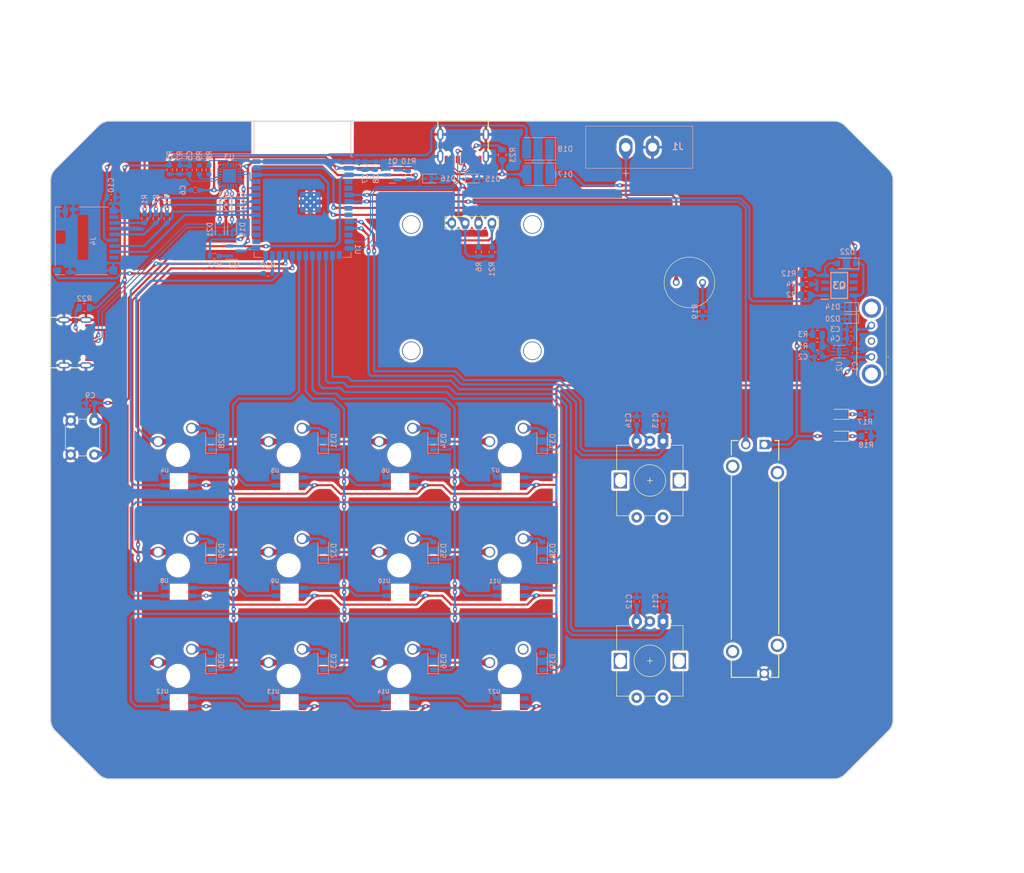
<source format=kicad_pcb>
(kicad_pcb (version 20221018) (generator pcbnew)
  (layers (0 "F.Cu" signal) (31 "B.Cu" signal) (34 "B.Paste" user) (35 "F.Paste" user) (36 "B.SilkS" user "B.Silkscreen") (37 "F.SilkS" user "F.Silkscreen") (38 "B.Mask" user) (39 "F.Mask" user) (44 "Edge.Cuts" user))
  (net 0 "")
  (net 1 "buzzer")
  (net 2 "Net-(B1--)")
  (net 3 "GND")
  (net 4 "+3V3")
  (net 5 "LCD_I2C_SDA")
  (net 6 "LCD_I2C_SCL")
  (net 7 "+5V")
  (net 8 "USB-C_OTG_5V")
  (net 9 "Net-(U3-VBUS)")
  (net 10 "RTS")
  (net 11 "rotary_encoder_1A")
  (net 12 "rotary_encoder_1B")
  (net 13 "rotary_encoder_2A")
  (net 14 "rotary_encoder_2B")
  (net 15 "USB-C_OTG_D+")
  (net 16 "USB-C_OTG_D-")
  (net 17 "Net-(D17-A)")
  (net 18 "USB-C_UART_VBUS")
  (net 19 "USB-C_UART_D+")
  (net 20 "USB-C_UART_D-")
  (net 21 "Net-(D22-A)")
  (net 22 "SD_MISO")
  (net 23 "SD_CLK")
  (net 24 "SD_MOSI")
  (net 25 "Net-(D26-K)")
  (net 26 "Net-(D27-K)")
  (net 27 "col_0")
  (net 28 "Net-(D28-A)")
  (net 29 "Net-(D29-A)")
  (net 30 "Net-(D30-A)")
  (net 31 "col_1")
  (net 32 "Net-(D31-A)")
  (net 33 "Net-(D32-A)")
  (net 34 "Net-(D33-A)")
  (net 35 "col_2")
  (net 36 "Net-(D34-A)")
  (net 37 "Net-(D35-A)")
  (net 38 "Net-(D36-A)")
  (net 39 "col_3")
  (net 40 "Net-(D37-A)")
  (net 41 "Net-(D38-A)")
  (net 42 "Net-(D39-A)")
  (net 43 "Net-(J1-Pin_1)")
  (net 44 "Net-(J2-CC1)")
  (net 47 "Net-(J3-CC1)")
  (net 51 "SD_CS")
  (net 53 "SD_DET")
  (net 54 "Net-(Q1-B)")
  (net 55 "Net-(Q1-E)")
  (net 56 "Net-(Q2-B)")
  (net 57 "Net-(Q2-E)")
  (net 58 "DTR")
  (net 64 "Net-(U2-FB)")
  (net 65 "battery_test")
  (net 66 "Net-(U3-~{SUSPENDb})")
  (net 67 "Net-(U3-~{RSTb})")
  (net 68 "Net-(U4-DIN)")
  (net 69 "LED_strip")
  (net 70 "slide_potentiometer")
  (net 72 "row_0")
  (net 73 "row_1")
  (net 74 "row_2")
  (net 83 "UART_TX")
  (net 84 "UART_RX")
  (net 97 "Net-(U4-DOUT)")
  (net 98 "Net-(U5-DOUT)")
  (net 99 "Net-(U6-DOUT)")
  (net 100 "Net-(U7-DOUT)")
  (net 101 "Net-(U8-DOUT)")
  (net 102 "Net-(U10-DIN)")
  (net 103 "Net-(U10-DOUT)")
  (net 104 "Net-(U11-DOUT)")
  (net 105 "Net-(U12-DOUT)")
  (net 106 "Net-(U13-DOUT)")
  (net 107 "Net-(U14-DOUT)")
  (footprint "PUT_RocketLab_other:MX1A-E1NW cherry mx blue rgb" (layer "F.Cu") (at 111.9166 121.7734)
    (fp_text reference "SW39" hide)
    (fp_text value "Cherry_MX")
  )
  (footprint "PUT_RocketLab_other:MX1A-E1NW cherry mx blue rgb" (layer "F.Cu") (at 69.9166 142.7734)
    (fp_text reference "SW28" hide)
    (fp_text value "Cherry_MX")
  )
  (footprint "PUT_RocketLab_other:MX1A-E1NW cherry mx blue rgb" (layer "F.Cu") (at 132.9166 142.7734)
    (fp_text reference "SW46" hide)
    (fp_text value "Cherry_MX")
  )
  (footprint "PUT_RocketLab_other:EG1206A" (layer "F.Cu") (at 205.4146 84.6864 90)
    (fp_text reference "S1" hide)
    (fp_text value "WS-SLSU_Slide_Switch" hide)
  )
  (footprint "LED_SMD:LED_0805_2012Metric_Pad1.15x1.40mm_HandSolder" (layer "F.Cu") (at 199.285 99.7611 180)
    (fp_text reference "D27" hide)
    (fp_text value "LED" hide)
  )
  (footprint "LED_SMD:LED_0805_2012Metric_Pad1.15x1.40mm_HandSolder" (layer "F.Cu") (at 199.285 95.5922 180)
    (fp_text reference "D26" hide)
    (fp_text value "LED" hide)
  )
  (footprint "Rotary_Encoder:RotaryEncoder_Alps_EC12E-Switch_Vertical_H20mm" (layer "F.Cu") (at 165.828425 134.9529 -90)
    (fp_text reference "SW1" hide)
    (fp_text value "RotaryEncoder")
  )
  (footprint "PUT_RocketLab_other:MX1A-E1NW cherry mx blue rgb" (layer "F.Cu") (at 69.9166 100.7734)
    (fp_text reference "SW26" hide)
    (fp_text value "Cherry_MX")
  )
  (footprint "PUT_RocketLab_other:MX1A-E1NW cherry mx blue rgb" (layer "F.Cu") (at 90.9166 100.7734)
    (fp_text reference "SW32" hide)
    (fp_text value "Cherry_MX")
  )
  (footprint "PUT_RocketLab_other:128x64OLED_V2" (layer "F.Cu") (at 129.5146 71.51875)
    (fp_text reference "Brd1" hide)
    (fp_text value "SSD1306")
  )
  (footprint "PUT_RocketLab_other:MX1A-E1NW cherry mx blue rgb" (layer "F.Cu") (at 111.9166 100.7734)
    (fp_text reference "SW38" hide)
    (fp_text value "Cherry_MX")
  )
  (footprint "Button_Switch_THT:SW_PUSH_6mm" (layer "F.Cu") (at 53.3318 103.2612 90)
    (fp_text reference "SW25" hide)
    (fp_text value "SW_RST" hide)
  )
  (footprint "PUT_RocketLab_other:CMI9605IC0580T" (layer "F.Cu") (at 168.34 70.53)
    (fp_text reference "B1" hide)
    (fp_text value "Passive buzzer" hide)
  )
  (footprint "PUT_RocketLab_other:MX1A-E1NW cherry mx blue rgb" (layer "F.Cu") (at 90.9166 142.7734)
    (fp_text reference "SW34" hide)
    (fp_text value "Cherry_MX")
  )
  (footprint "PUT_RocketLab_other:MX1A-E1NW cherry mx blue rgb" (layer "F.Cu") (at 111.9166 142.7734)
    (fp_text reference "SW40" hide)
    (fp_text value "Cherry_MX")
  )
  (footprint "Rotary_Encoder:RotaryEncoder_Alps_EC12E-Switch_Vertical_H20mm" (layer "F.Cu") (at 165.828425 100.6739 -90)
    (fp_text reference "SW2" hide)
    (fp_text value "RotaryEncoder")
  )
  (footprint "PUT_RocketLab_other:GCT_USB4105-GF-A" (layer "F.Cu") (at 52.0396 81.9624 -90)
    (fp_text reference "J3" hide)
    (fp_text value "USB4105-GF-A" hide)
  )
  (footprint "PUT_RocketLab_other:MX1A-E1NW cherry mx blue rgb" (layer "F.Cu") (at 132.9166 121.7734)
    (fp_text reference "SW45" hide)
    (fp_text value "Cherry_MX")
  )
  (footprint "PUT_RocketLab_other:MX1A-E1NW cherry mx blue rgb" (layer "F.Cu") (at 132.9166 100.7734)
    (fp_text reference "SW44" hide)
    (fp_text value "Cherry_MX")
  )
  (footprint "PUT_RocketLab_other:MX1A-E1NW cherry mx blue rgb" (layer "F.Cu") (at 90.9166 121.7734)
    (fp_text reference "SW33" hide)
    (fp_text value "Cherry_MX")
  )
  (footprint "PUT_RocketLab_other:GCT_USB4105-GF-A" (layer "F.Cu") (at 127.8521 42.403 180)
    (fp_text reference "J2" hide)
    (fp_text value "USB4105-GF-A" hide)
  )
  (footprint "PUT_RocketLab_other:MX1A-E1NW cherry mx blue rgb" (layer "F.Cu") (at 69.9166 121.7734)
    (fp_text reference "SW27" hide)
    (fp_text value "Cherry_MX")
  )
  (footprint "PUT_RocketLab_other:PTA30432010CIB102" (layer "F.Cu") (at 185.0548 101.331709 -90)
    (fp_text reference "RV1" hide)
    (fp_text value "R_Potentiometer_Small" hide)
  )
  (footprint "Resistor_SMD:R_0603_1608Metric" (layer "B.Cu") (at 74.01 49.14 90)
    (fp_text reference "R7")
    (fp_text value "47.5k" hide)
  )
  (footprint "PUT_RocketLab_other:SK6812MINI-E" (layer "B.Cu") (at 115.88985 108.3134)
    (fp_text reference "U6")
    (fp_text value "SK6812MINI-E" hide)
    (fp_line (start -1.75 -1.55) (end 1.75 -1.55) (stroke (width 0.001)) (layer "Edge.Cuts"))
    (fp_line (start -1.75 1.55) (end -1.75 -1.55) (stroke (width 0.001)) (layer "Edge.Cuts"))
    (fp_line (start 1.75 -1.55) (end 1.75 1.55) (stroke (width 0.001)) (layer "Edge.Cuts"))
    (fp_line (start 1.75 1.55) (end -1.75 1.55) (stroke (width 0.001)) (layer "Edge.Cuts"))
  )
  (footprint "PUT_RocketLab_other:SK6812MINI-E" (layer "B.Cu") (at 94.88985 108.3134)
    (fp_text reference "U5")
    (fp_text value "SK6812MINI-E" hide)
    (fp_line (start -1.75 -1.55) (end 1.75 -1.55) (stroke (width 0.001)) (layer "Edge.Cuts"))
    (fp_line (start -1.75 1.55) (end -1.75 -1.55) (stroke (width 0.001)) (layer "Edge.Cuts"))
    (fp_line (start 1.75 -1.55) (end 1.75 1.55) (stroke (width 0.001)) (layer "Edge.Cuts"))
    (fp_line (start 1.75 1.55) (end -1.75 1.55) (stroke (width 0.001)) (layer "Edge.Cuts"))
  )
  (footprint "Package_DFN_QFN:QFN-24-1EP_4x4mm_P0.5mm_EP2.6x2.6mm" (layer "B.Cu") (at 83.47 50.26 90)
    (fp_text reference "U3")
    (fp_text value "CP2102N-A01-GQFN24" hide)
  )
  (footprint "Resistor_SMD:R_0603_1608Metric" (layer "B.Cu") (at 72.12 49.14 -90)
    (fp_text reference "R5")
    (fp_text value "22.1k" hide)
  )
  (footprint "Capacitor_SMD:C_0603_1608Metric" (layer "B.Cu") (at 201.545 79.44 180)
    (fp_text reference "C3")
    (fp_text value "10uF" hide)
  )
  (footprint "Resistor_SMD:R_0805_2012Metric" (layer "B.Cu") (at 192.89 72.915 180)
    (fp_text reference "R2")
    (fp_text value "1M" hide)
  )
  (footprint "Resistor_SMD:R_0603_1608Metric" (layer "B.Cu") (at 79.595 49.14 -90)
    (fp_text reference "R8")
    (fp_text value "10k" hide)
  )
  (footprint "Resistor_SMD:R_0603_1608Metric" (layer "B.Cu") (at 71.6 58.3864 -90)
    (fp_text reference "R15")
    (fp_text value "10k" hide)
  )
  (footprint "Resistor_SMD:R_0603_1608Metric" (layer "B.Cu") (at 130.7946 64.7565 90)
    (fp_text reference "R6")
    (fp_text value "4k7" hide)
  )
  (footprint "PUT_RocketLab_other:SOIC127P600X175-8N" (layer "B.Cu") (at 199.3 71.115)
    (fp_text reference "Q3")
    (fp_text value "IRF9393TRPBF" hide)
  )
  (footprint "Package_TO_SOT_SMD:SOT-23" (layer "B.Cu") (at 114.4125 50.1 180)
    (fp_text reference "Q1")
    (fp_text value "BC817" hide)
  )
  (footprint "Diode_SMD:D_SOD-323" (layer "B.Cu") (at 129.8625 50.79)
    (fp_text reference "D15")
    (fp_text value "SD15_SOD323" hide)
  )
  (footprint "PUT_RocketLab_other:XY2500R-DS(5.08)-02V" (layer "B.Cu") (at 161.2994 44.831)
    (fp_text reference "J1")
    (fp_text value "Screw_Terminal_01x02" hide)
  )
  (footprint "Capacitor_SMD:C_0603_1608Metric" (layer "B.Cu") (at 61 54.35)
    (fp_text reference "C10")
    (fp_text value "10uF" hide)
  )
  (footprint "Resistor_SMD:R_0603_1608Metric" (layer "B.Cu") (at 77.745 49.14 90)
    (fp_text reference "R9")
    (fp_text value "1k" hide)
  )
  (footprint "Capacitor_SMD:C_0603_1608Metric" (layer "B.Cu") (at 76.995 53 180)
    (fp_text reference "C6")
    (fp_text value "10uF" hide)
  )
  (footprint "Resistor_SMD:R_0603_1608Metric" (layer "B.Cu") (at 80.6 65.525 180)
    (fp_text reference "R11")
    (fp_text value "10k" hide)
  )
  (footprint "PUT_RocketLab_other:SK6812MINI-E" (layer "B.Cu") (at 94.88985 129.3134)
    (fp_text reference "U9")
    (fp_text value "SK6812MINI-E" hide)
    (fp_line (start -1.75 -1.55) (end 1.75 -1.55) (stroke (width 0.001)) (layer "Edge.Cuts"))
    (fp_line (start -1.75 1.55) (end -1.75 -1.55) (stroke (width 0.001)) (layer "Edge.Cuts"))
    (fp_line (start 1.75 -1.55) (end 1.75 1.55) (stroke (width 0.001)) (layer "Edge.Cuts"))
    (fp_line (start 1.75 1.55) (end -1.75 1.55) (stroke (width 0.001)) (layer "Edge.Cuts"))
  )
  (footprint "PUT_RocketLab_other:SK6812MINI-E" (layer "B.Cu") (at 73.88985 150.3134)
    (fp_text reference "U12")
    (fp_text value "SK6812MINI-E" hide)
    (fp_line (start -1.75 -1.55) (end 1.75 -1.55) (stroke (width 0.001)) (layer "Edge.Cuts"))
    (fp_line (start -1.75 1.55) (end -1.75 -1.55) (stroke (width 0.001)) (layer "Edge.Cuts"))
    (fp_line (start 1.75 -1.55) (end 1.75 1.55) (stroke (width 0.001)) (layer "Edge.Cuts"))
    (fp_line (start 1.75 1.55) (end -1.75 1.55) (stroke (width 0.001)) (layer "Edge.Cuts"))
  )
  (footprint "Diode_SMD:D_SOD-123" (layer "B.Cu") (at 101.28915 100.65 90)
    (fp_text reference "D31")
    (fp_text value "D_Small" hide)
  )
  (footprint "PUT_RocketLab_other:SK6812MINI-E" (layer "B.Cu") (at 136.88985 150.3134)
    (fp_text reference "U27")
    (fp_text value "SK6812MINI-E" hide)
    (fp_line (start -1.75 -1.55) (end 1.75 -1.55) (stroke (width 0.001)) (layer "Edge.Cuts"))
    (fp_line (start -1.75 1.55) (end -1.75 -1.55) (stroke (width 0.001)) (layer "Edge.Cuts"))
    (fp_line (start 1.75 -1.55) (end 1.75 1.55) (stroke (width 0.001)) (layer "Edge.Cuts"))
    (fp_line (start 1.75 1.55) (end -1.75 1.55) (stroke (width 0.001)) (layer "Edge.Cuts"))
  )
  (footprint "Diode_SMD:D_SOD-923" (layer "B.Cu") (at 85.43 53.9004 180)
    (fp_text reference "D23")
    (fp_text value "ESD9B3.3ST5G" hide)
  )
  (footprint "Diode_SMD:D_SOD-123" (layer "B.Cu") (at 79.97175 100.65 90)
    (fp_text reference "D28")
    (fp_text value "D_Small" hide)
  )
  (footprint "Resistor_SMD:R_0603_1608Metric" (layer "B.Cu") (at 67.35 58.3864 -90)
    (fp_text reference "R13")
    (fp_text value "10k" hide)
  )
  (footprint "Diode_SMD:D_SOD-923" (layer "B.Cu") (at 85.43 55.1704 180)
    (fp_text reference "D24")
    (fp_text value "ESD9B3.3ST5G" hide)
  )
  (footprint "Diode_SMD:D_SOD-123" (layer "B.Cu") (at 79.97175 121.5131 90)
    (fp_text reference "D29")
    (fp_text value "D_Small" hide)
  )
  (footprint "PUT_RocketLab_other:SK6812MINI-E" (layer "B.Cu") (at 115.88985 129.3134)
    (fp_text reference "U10")
    (fp_text value "SK6812MINI-E" hide)
    (fp_line (start -1.75 -1.55) (end 1.75 -1.55) (stroke (width 0.001)) (layer "Edge.Cuts"))
    (fp_line (start -1.75 1.55) (end -1.75 -1.55) (stroke (width 0.001)) (layer "Edge.Cuts"))
    (fp_line (start 1.75 -1.55) (end 1.75 1.55) (stroke (width 0.001)) (layer "Edge.Cuts"))
    (fp_line (start 1.75 1.55) (end -1.75 1.55) (stroke (width 0.001)) (layer "Edge.Cuts"))
  )
  (footprint "PUT_RocketLab_other:SK6812MINI-E" (layer "B.Cu") (at 94.88985 150.3134)
    (fp_text reference "U13")
    (fp_text value "SK6812MINI-E" hide)
    (fp_line (start -1.75 -1.55) (end 1.75 -1.55) (stroke (width 0.001)) (layer "Edge.Cuts"))
    (fp_line (start -1.75 1.55) (end -1.75 -1.55) (stroke (width 0.001)) (layer "Edge.Cuts"))
    (fp_line (start 1.75 -1.55) (end 1.75 1.55) (stroke (width 0.001)) (layer "Edge.Cuts"))
    (fp_line (start 1.75 1.55) (end -1.75 1.55) (stroke (width 0.001)) (layer "Edge.Cuts"))
  )
  (footprint "Diode_SMD:D_SOD-323" (layer "B.Cu") (at 201.38 75.22 180)
    (fp_text reference "D14")
    (fp_text value "SD15_SOD323" hide)
  )
  (footprint "Capacitor_SMD:C_0603_1608Metric" (layer "B.Cu") (at 201.545 81.22 180)
    (fp_text reference "C4")
    (fp_text value "10uF" hide)
  )
  (footprint "Diode_SMD:D_SOD-123" (layer "B.Cu") (at 101.28915 121.5131 90)
    (fp_text reference "D32")
    (fp_text value "D_Small" hide)
  )
  (footprint "Resistor_SMD:R_0805_2012Metric" (layer "B.Cu") (at 192.89 68.85 180)
    (fp_text reference "R12")
    (fp_text value "100k" hide)
  )
  (footprint "Resistor_SMD:R_0805_2012Metric" (layer "B.Cu") (at 204.4033 99.7611)
    (fp_text reference "R18")
    (fp_text value "680" hide)
  )
  (footprint "Capacitor_SMD:C_0603_1608Metric" (layer "B.Cu") (at 160.828425 131.1663 90)
    (fp_text reference "C12")
    (fp_text value "1uF" hide)
  )
  (footprint "Capacitor_SMD:C_0603_1608Metric" (layer "B.Cu") (at 195.3547 84.655 180)
    (fp_text reference "C2")
    (fp_text value "1uF" hide)
  )
  (footprint "Diode_SMD:D_SOD-123" (layer "B.Cu") (at 79.97175 142.5131 90)
    (fp_text reference "D30")
    (fp_text value "D_Small" hide)
  )
  (footprint "Capacitor_SMD:C_0805_2012Metric" (layer "B.Cu") (at 135.28 46.283 90)
    (fp_text reference "R23")
    (fp_text value "56k" hide)
  )
  (footprint "Diode_SMD:D_SOD-123" (layer "B.Cu") (at 142.87555 100.65 90)
    (fp_text reference "D37")
    (fp_text value "D_Small" hide)
  )
  (footprint "RF_Module:ESP32-S3-WROOM-1" (layer "B.Cu") (at 97.3444 52.8104 180)
    (fp_text reference "U1")
    (fp_text value "ESP32-S3-WROOM-1")
  )
  (footprint "Diode_SMD:D_2114_3652Metric" (layer "B.Cu") (at 142.16 49.98 180)
    (fp_text reference "D17")
    (fp_text value "D_Schottky" hide)
  )
  (footprint "Resistor_SMD:R_0603_1608Metric" (layer "B.Cu") (at 90.8044 68.82)
    (fp_text reference "R20")
    (fp_text value "220" hide)
  )
  (footprint "Capacitor_SMD:C_0603_1608Metric" (layer "B.Cu") (at 160.828425 96.7753 90)
    (fp_text reference "C14")
    (fp_text value "1uF" hide)
  )
  (footprint "Diode_SMD:D_SOD-123" (layer "B.Cu") (at 101.28915 142.5131 90)
    (fp_text reference "D33")
    (fp_text value "D_Small" hide)
  )
  (footprint "Diode_SMD:D_SOD-923" (layer "B.Cu") (at 85.43 56.4404 180)
    (fp_text reference "D25")
    (fp_text value "ESD9B3.3ST5G" hide)
  )
  (footprint "Package_TO_SOT_SMD:SOT-23" (layer "B.Cu") (at 84.405 64.5604)
    (fp_text reference "Q2")
    (fp_text value "BC817" hide)
  )
  (footprint "Diode_SMD:D_SOD-123" (layer "B.Cu") (at 142.87555 142.5131 90)
    (fp_text reference "D39")
    (fp_text value "D_Small" hide)
  )
  (footprint "Connector_Card:microSD_HC_Hirose_DM3D-SF" (layer "B.Cu") (at 56.1896 62.6364 -90)
    (fp_text reference "J4")
    (fp_text value "Micro_SD_Card_Det_Hirose_DM3AT" hide)
  )
  (footprint "Capacitor_SMD:C_0603_1608Metric" (layer "B.Cu") (at 75.895 49.14 90)
    (fp_text reference "C5")
    (fp_text value "1uF" hide)
  )
  (footprint "PUT_RocketLab_other:SK6812MINI-E" (layer "B.Cu") (at 136.88985 108.3134)
    (fp_text reference "U7")
    (fp_text value "SK6812MINI-E" hide)
    (fp_line (start -1.75 -1.55) (end 1.75 -1.55) (stroke (width 0.001)) (layer "Edge.Cuts"))
    (fp_line (start -1.75 1.55) (end -1.75 -1.55) (stroke (width 0.001)) (layer "Edge.Cuts"))
    (fp_line (start 1.75 -1.55) (end 1.75 1.55) (stroke (width 0.001)) (layer "Edge.Cuts"))
    (fp_line (start 1.75 1.55) (end -1.75 1.55) (stroke (width 0.001)) (layer "Edge.Cuts"))
  )
  (footprint "Resistor_SMD:R_0603_1608Metric" (layer "B.Cu") (at 193.09 70.8825)
    (fp_text reference "R4")
    (fp_text value "249k" hide)
  )
  (footprint "Diode_SMD:D_SOD-123" (layer "B.Cu") (at 122.16 121.5131 90)
    (fp_text reference "D35")
    (fp_text value "D_Small" hide)
  )
  (footprint "Capacitor_SMD:C_0603_1608Metric" (layer "B.Cu") (at 165.828425 131.1663 -90)
    (fp_text reference "C11")
    (fp_text value "1uF" hide)
  )
  (footprint "Capacitor_SMD:C_0805_2012Metric" (layer "B.Cu") (at 55.9196 75.31 180)
    (fp_text reference "R22")
    (fp_text value "56k" hide)
  )
  (footprint "Resistor_SMD:R_0805_2012Metric" (layer "B.Cu") (at 195.1547 82.6393)
    (fp_text reference "R1")
    (fp_text value "100k" hide)
  )
  (footprint "Diode_SMD:D_2114_3652Metric" (layer "B.Cu") (at 142.09 45.15 180)
    (fp_text reference "D18")
    (fp_text value "D_Schottky" hide)
  )
  (footprint "Diode_SMD:D_SOD-123" (layer "B.Cu") (at 122.16 100.65 90)
    (fp_text reference "D34")
    (fp_text value "D_Small" hide)
  )
  (footprint "Capacitor_SMD:C_0603_1608Metric" (layer "B.Cu") (at 202.29 83.905 90)
    (fp_text reference "C1")
    (fp_text value "1uF" hide)
  )
  (footprint "Resistor_SMD:R_0805_2012Metric" (layer "B.Cu") (at 195.1547 80.4036 180)
    (fp_text reference "R3")
    (fp_text value "20k" hide)
  )
  (footprint "Diode_SMD:D_SOD-123" (layer "B.Cu") (at 122.16 142.5131 90)
    (fp_text reference "D36")
    (fp_text value "D_Small" hide)
  )
  (footprint "Resistor_SMD:R_0603_1608Metric" (layer "B.Cu") (at 173.34 76.0522 -90)
    (fp_text reference "R19")
    (fp_text value "200" hide)
  )
  (footprint "PUT_RocketLab_IC:TLV75901PDRVT" (layer "B.Cu") (at 199.3088 83.699)
    (fp_text reference "U2")
    (fp_text value "TLV75901PDRVT" hide)
  )
  (footprint "Diode_SMD:D_SOD-323" (layer "B.Cu") (at 201.38 77.44 180)
    (fp_text reference "D20")
    (fp_text value "SD15_SOD323" hide)
  )
  (footprint "Resistor_SMD:R_0603_1608Metric" (layer "B.Cu") (at 117.475 50.175 -90)
    (fp_text reference "R10")
    (fp_text value "10k" hide)
  )
  (footprint "Diode_SMD:D_SOD-323" (layer "B.Cu") (at 121.78 50.79)
    (fp_text reference "D16")
    (fp_text value "SD15_SOD323" hide)
  )
  (footprint "Capacitor_SMD:C_0603_1608Metric" (layer "B.Cu") (at 111.2172 48.3254 90)
    (fp_text reference "C8")
    (fp_text value "0.1uF" hide)
  )
  (footprint "Capacitor_SMD:C_0603_1608Metric" (layer "B.Cu") (at 165.828425 96.7753 -90)
    (fp_text reference "C13")
    (fp_text value "1uF" hide)
  )
  (footprint "PUT_RocketLab_other:SK6812MINI-E" (layer "B.Cu") (at 115.88985 150.3134)
    (fp_text reference "U14")
    (fp_text value "SK6812MINI-E" hide)
    (fp_line (start -1.75 -1.55) (end 1.75 -1.55) (stroke (width 0.001)) (layer "Edge.Cuts"))
    (fp_line (start -1.75 1.55) (end -1.75 -1.55) (stroke (width 0.001)) (layer "Edge.Cuts"))
    (fp_line (start 1.75 -1.55) (end 1.75 1.55) (stroke (width 0.001)) (layer "Edge.Cuts"))
    (fp_line (start 1.75 1.55) (end -1.75 1.55) (stroke (width 0.001)) (layer "Edge.Cuts"))
  )
  (footprint "Resistor_SMD:R_0603_1608Metric" (layer "B.Cu") (at 133.3346 64.7565 90)
    (fp_text reference "R21")
    (fp_text value "4k7" hide)
  )
  (footprint "Capacitor_SMD:C_0603_1608Metric" (layer "B.Cu") (at 109.2106 48.3254 90)
    (fp_text reference "C7")
    (fp_text value "10uF" hide)
  )
  (footprint "Capacitor_SMD:C_0603_1608Metric" (layer "B.Cu") (at 57.0568 93.4454 180)
    (fp_text reference "C9")
    (fp_text value "1uF" hide)
  )
  (footprint "Diode_SMD:D_SOD-123" (layer "B.Cu") (at 142.87555 121.5131 90)
    (fp_text reference "D38")
    (fp_text value "D_Small" hide)
  )
  (footprint "Diode_SMD:D_SOD-323" (layer "B.Cu") (at 81.65 60.5 -90)
    (fp_text reference "D21")
    (fp_text value "SD15_SOD323" hide)
  )
  (footprint "Diode_SMD:D_SOD-123" (layer "B.Cu") (at 200.67 66.91 180)
    (fp_text reference "D22")
    (fp_text value "D_Small" hide)
  )
  (footprint "Resistor_SMD:R_0603_1608Metric" (layer "B.Cu") (at 69.5 58.3864 -90)
    (fp_text reference "R14")
    (fp_text value "10k" hide)
  )
  (footprint "PUT_RocketLab_other:SK6812MINI-E" (layer "B.Cu") (at 73.88985 129.3134)
    (fp_text reference "U8")
    (fp_text value "SK6812MINI-E" hide)
    (fp_line (start -1.75 -1.55) (end 1.75 -1.55) (stroke (width 0.001)) (layer "Edge.Cuts"))
    (fp_line (start -1.75 1.55) (end -1.75 -1.55) (stroke (width 0.001)) (layer "Edge.Cuts"))
    (fp_line (start 1.75 -1.55) (end 1.75 1.55) (stroke (width 0.001)) (layer "Edge.Cuts"))
    (fp_line (start 1.75 1.55) (end -1.75 1.55) (stroke (width 0.001)) (layer "Edge.Cuts"))
  )
  (footprint "PUT_RocketLab_other:SK6812MINI-E" (layer "B.Cu") (at 136.88985 129.3134)
    (fp_text reference "U11")
    (fp_text value "SK6812MINI-E" hide)
    (fp_line (start -1.75 -1.55) (end 1.75 -1.55) (stroke (width 0.001)) (layer "Edge.Cuts"))
    (fp_line (start -1.75 1.55) (end -1.75 -1.55) (stroke (width 0.001)) (layer "Edge.Cuts"))
    (fp_line (start 1.75 -1.55) (end 1.75 1.55) (stroke (width 0.001)) (layer "Edge.Cuts"))
    (fp_line (start 1.75 1.55) (end -1.75 1.55) (stroke (width 0.001)) (layer "Edge.Cuts"))
  )
  (footprint "Diode_SMD:D_SOD-323" (layer "B.Cu") (at 83.975 60.5 -90)
    (fp_text reference "D19")
    (fp_text value "SD15_SOD323" hide)
  )
  (footprint "Resistor_SMD:R_0603_1608Metric" (layer "B.Cu") (at 204.2033 95.5922)
    (fp_text reference "R17")
    (fp_text value "1k" hide)
  )
  (footprint "PUT_RocketLab_other:SK6812MINI-E" (layer "B.Cu") (at 73.88985 108.3134)
    (fp_text reference "U4")
    (fp_text value "SK6812MINI-E" hide)
    (fp_line (start -1.75 -1.55) (end 1.75 -1.55) (stroke (width 0.001)) (layer "Edge.Cuts"))
    (fp_line (start -1.75 1.55) (end -1.75 -1.55) (stroke (width 0.001)) (layer "Edge.Cuts"))
    (fp_line (start 1.75 -1.55) (end 1.75 1.55) (stroke (width 0.001)) (layer "Edge.Cuts"))
    (fp_line (start 1.75 1.55) (end -1.75 1.55) (stroke (width 0.001)) (layer "Edge.Cuts"))
  )
  (gr_arc locked (start 60.757241 164.878) (mid 59.609182 164.649652) (end 58.63592 163.99932) (stroke (width 0.2)) (layer "Edge.Cuts"))
  (gr_line locked (start 209.5146 153.635359) (end 209.5146 51.120641) (stroke (width 0.2)) (layer "Edge.Cuts"))
  (gr_line locked (start 208.63592 48.99932) (end 200.39328 40.75668) (stroke (width 0.2)) (layer "Edge.Cuts"))
  (gr_arc locked (start 198.271959 39.878) (mid 199.42001 40.106361) (end 200.39328 40.75668) (stroke (width 0.2)) (layer "Edge.Cuts"))
  (gr_arc locked (start 50.39328 155.75668) (mid 49.742975 154.783407) (end 49.5146 153.635359) (stroke (width 0.2)) (layer "Edge.Cuts"))
  (gr_line locked (start 58.63592 40.75668) (end 50.39328 48.99932) (stroke (width 0.2)) (layer "Edge.Cuts"))
  (gr_arc locked (start 49.5146 51.120641) (mid 49.742961 49.97259) (end 50.39328 48.99932) (stroke (width 0.2)) (layer "Edge.Cuts"))
  (gr_arc locked (start 209.5146 153.635359) (mid 209.286252 154.783418) (end 208.63592 155.75668) (stroke (width 0.2)) (layer "Edge.Cuts"))
  (gr_line locked (start 198.271959 39.878) (end 60.757241 39.878) (stroke (width 0.2)) (layer "Edge.Cuts"))
  (gr_line locked (start 60.757241 164.878) (end 198.271959 164.878) (stroke (width 0.2)) (layer "Edge.Cuts"))
  (gr_line locked (start 50.39328 155.75668) (end 58.63592 163.99932) (stroke (width 0.2)) (layer "Edge.Cuts"))
  (gr_line locked (start 49.5146 51.120641) (end 49.5146 153.635359) (stroke (width 0.2)) (layer "Edge.Cuts"))
  (gr_line locked (start 200.39328 163.99932) (end 208.63592 155.75668) (stroke (width 0.2)) (layer "Edge.Cuts"))
  (gr_arc locked (start 208.63592 48.99932) (mid 209.286239 49.97259) (end 209.5146 51.120641) (stroke (width 0.2)) (layer "Edge.Cuts"))
  (gr_arc locked (start 200.39328 163.99932) (mid 199.420007 164.649625) (end 198.271959 164.878) (stroke (width 0.2)) (layer "Edge.Cuts"))
  (gr_arc locked (start 58.63592 40.75668) (mid 59.60919 40.106361) (end 60.757241 39.878) (stroke (width 0.2)) (layer "Edge.Cuts"))
  (segment (start 109.5605 53.910445) (end 109.580945 53.89) (width 0.4) (layer "F.Cu") (net 1))
  (segment (start 167.54 53.89) (end 168.34 54.69) (width 0.4) (layer "F.Cu") (net 1))
  (segment (start 109.580945 53.89) (end 167.54 53.89) (width 0.4) (layer "F.Cu") (net 1))
  (segment (start 168.34 54.69) (end 168.34 70.53) (width 0.4) (layer "F.Cu") (net 1))
  (via (at 109.5605 53.910445) (size 0.8) (drill 0.4) (layers "F.Cu" "B.Cu") (net 1))
  (segment (start 109.5605 53.910445) (end 109.550455 53.9004) (width 0.4) (layer "B.Cu") (net 1))
  (segment (start 109.550455 53.9004) (end 106.0944 53.9004) (width 0.4) (layer "B.Cu") (net 1))
  (segment (start 173.34 70.53) (end 173.34 75.2272) (width 0.4) (layer "B.Cu") (net 2))
  (segment (start 101.8 46.75) (end 80.84 46.75) (width 0.4) (layer "F.Cu") (net 4))
  (segment (start 80.59 46.75) (end 69.64 46.75) (width 0.4) (layer "F.Cu") (net 4))
  (segment (start 70.88 54.01) (end 71.61 54.74) (width 0.4) (layer "F.Cu") (net 4))
  (segment (start 71.61 54.74) (end 71.61 56.5995) (width 0.4) (layer "F.Cu") (net 4))
  (segment (start 191.21 82.57) (end 191.21 54.13) (width 0.4) (layer "F.Cu") (net 4))
  (segment (start 62.1 46.75) (end 60.2 48.65) (width 0.4) (layer "F.Cu") (net 4))
  (segment (start 67.36 54.08) (end 67.36 46.76) (width 0.4) (layer "F.Cu") (net 4))
  (segment (start 80.84 46.75) (end 80.59 46.75) (width 0.4) (layer "F.Cu") (net 4))
  (segment (start 69.67 54.01) (end 67.43 54.01) (width 0.4) (layer "F.Cu") (net 4))
  (segment (start 69.64 46.75) (end 67.37 46.75) (width 0.4) (layer "F.Cu") (net 4))
  (segment (start 80.565 53) (end 80.565 46.775) (width 0.4) (layer "F.Cu") (net 4))
  (segment (start 128.72 53.11) (end 127.765 52.155) (width 0.4) (layer "F.Cu") (net 4))
  (segment (start 67.36 56.65) (end 67.36 54.08) (width 0.4) (layer "F.Cu") (net 4))
  (segment (start 80.565 46.775) (end 80.59 46.75) (width 0.4) (layer "F.Cu") (net 4))
  (segment (start 67.36 46.76) (end 67.37 46.75) (width 0.4) (layer "F.Cu") (net 4))
  (segment (start 191.25 82.61) (end 191.21 82.57) (width 0.4) (layer "F.Cu") (net 4))
  (segment (start 124.41 48.8) (end 103.85 48.8) (width 0.4) (layer "F.Cu") (net 4))
  (segment (start 67.37 46.75) (end 62.1 46.75) (width 0.4) (layer "F.Cu") (net 4))
  (segment (start 198.2489 99.75) (end 198.26 99.7611) (width 0.4) (layer "F.Cu") (net 4))
  (segment (start 69.67 54.01) (end 70.88 54.01) (width 0.4) (layer "F.Cu") (net 4))
  (segment (start 127.765 52.155) (end 124.41 48.8) (width 0.4) (layer "F.Cu") (net 4))
  (segment (start 69.51 56.59) (end 69.51 54.17) (width 0.4) (layer "F.Cu") (net 4))
  (segment (start 191.21 54.13) (end 190.19 53.11) (width 0.4) (layer "F.Cu") (net 4))
  (segment (start 69.51 54.17) (end 69.67 54.01) (width 0.4) (layer "F.Cu") (net 4))
  (segment (start 67.43 54.01) (end 67.36 54.08) (width 0.4) (layer "F.Cu") (net 4))
  (segment (start 195.19 99.75) (end 198.2489 99.75) (width 0.4) (layer "F.Cu") (net 4))
  (segment (start 190.19 53.11) (end 128.72 53.11) (width 0.4) (layer "F.Cu") (net 4))
  (segment (start 103.85 48.8) (end 101.8 46.75) (width 0.4) (layer "F.Cu") (net 4))
  (via (at 191.25 82.61) (size 0.8) (drill 0.4) (layers "F.Cu" "B.Cu") (net 4))
  (via (at 60.2 48.65) (size 0.8) (drill 0.4) (layers "F.Cu" "B.Cu") (net 4))
  (via (at 71.61 56.5995) (size 0.8) (drill 0.4) (layers "F.Cu" "B.Cu") (net 4))
  (via (at 103.85 48.8) (size 0.8) (drill 0.4) (layers "F.Cu" "B.Cu") (net 4))
  (via (at 195.19 99.75) (size 0.8) (drill 0.4) (layers "F.Cu" "B.Cu") (net 4))
  (via (at 127.765 52.155) (size 0.8) (drill 0.4) (layers "F.Cu" "B.Cu") (net 4))
  (via (at 69.51 56.59) (size 0.8) (drill 0.4) (layers "F.Cu" "B.Cu") (net 4))
  (via (at 67.36 56.65) (size 0.8) (drill 0.4) (layers "F.Cu" "B.Cu") (net 4))
  (via (at 80.565 53) (size 0.8) (drill 0.4) (layers "F.Cu" "B.Cu") (net 4))
  (segment (start 59.65 55.3) (end 59.65 61.95) (width 0.4) (layer "B.Cu") (net 4))
  (segment (start 71.6 57.5614) (end 71.6 56.6095) (width 0.4) (layer "B.Cu") (net 4))
  (segment (start 81.5325 51.51) (end 81.5325 52.0075) (width 0.2) (layer "B.Cu") (net 4))
  (segment (start 59.65 61.95) (end 60.2114 62.5114) (width 0.4) (layer "B.Cu") (net 4))
  (segment (start 128.2546 64.9246) (end 128.2546 59.234) (width 0.4) (layer "B.Cu") (net 4))
  (segment (start 106.0944 48.8204) (end 107.5704 48.8204) (width 0.4) (layer "B.Cu") (net 4))
  (segment (start 60.2114 62.5114) (end 61.5396 62.5114) (width 0.4) (layer "B.Cu") (net 4))
  (segment (start 198.2588 84.348999) (end 197.435601 84.348999) (width 0.2) (layer "B.Cu") (net 4))
  (segment (start 80.565 53) (end 77.77 53) (width 0.4) (layer "B.Cu") (net 4))
  (segment (start 107.5704 48.8204) (end 107.8504 49.1004) (width 0.4) (layer "B.Cu") (net 4))
  (segment (start 60.225 54.35) (end 60.225 54.725) (width 0.4) (layer "B.Cu") (net 4))
  (segment (start 195.8567 83.7393) (end 196.1297 84.0123) (width 0.4) (layer "B.Cu") (net 4))
  (segment (start 185.0548 101.331709) (end 189.658291 101.331709) (width 0.4) (layer "B.Cu") (net 4))
  (segment (start 67.35 56.66) (end 67.36 56.65) (width 0.4) (layer "B.Cu") (net 4))
  (segment (start 195.19 99.75) (end 191.24 99.75) (width 0.4) (layer "B.Cu") (net 4))
  (segment (start 185.103091 101.38) (end 185.0548 101.331709) (width 0.4) (layer "B.Cu") (net 4))
  (segment (start 197.435601 84.348999) (end 197.1296 84.655) (width 0.2) (layer "B.Cu") (net 4))
  (segment (start 194.2422 82.6393) (end 191.2793 82.6393) (width 0.4) (layer "B.Cu") (net 4))
  (segment (start 82.72 52.1975) (end 82.7375 52.1975) (width 0.2) (layer "B.Cu") (net 4))
  (segment (start 81.5325 52.0075) (end 81.7225 52.1975) (width 0.2) (layer "B.Cu") (net 4))
  (segment (start 60.225 54.725) (end 59.65 55.3) (width 0.4) (layer "B.Cu") (net 4))
  (segment (start 126.99 57.9694) (end 128.2546 59.234) (width 0.4) (layer "B.Cu") (net 4))
  (segment (start 126.99 52.93) (end 126.99 57.9694) (width 0.4) (layer "B.Cu") (net 4))
  (segment (start 197.1296 84.655) (end 196.1297 84.655) (width 0.2) (layer "B.Cu") (net 4))
  (segment (start 194.2422 83.4148) (end 194.5667 83.7393) (width 0.4) (layer "B.Cu") (net 4))
  (segment (start 67.35 57.5614) (end 67.35 56.66) (width 0.4) (layer "B.Cu") (net 4))
  (segment (start 81.995 53.04) (end 80.605 53.04) (width 0.2) (layer "B.Cu") (net 4))
  (segment (start 82.22 52.1975) (end 82.22 52.815) (width 0.2) (layer "B.Cu") (net 4))
  (segment (start 196.1297 84.0123) (end 196.1297 84.655) (width 0.4) (layer "B.Cu") (net 4))
  (segment (start 60.225 48.675) (end 60.225 54.35) (width 0.4) (layer "B.Cu") (net 4))
  (segment (start 82.7375 52.1975) (end 82.22 52.1975) (width 0.2) (layer "B.Cu") (net 4))
  (segment (start 191.25 82.61) (end 191.24 82.62) (width 0.4) (layer "B.Cu") (net 4))
  (segment (start 81.7225 52.1975) (end 82.22 52.1975) (width 0.2) (layer "B.Cu") (net 4))
  (segment (start 69.5 57.5614) (end 69.5 56.6) (width 0.4) (layer "B.Cu") (net 4))
  (segment (start 109.2106 49.1004) (end 111.2172 49.1004) (width 0.4) (layer "B.Cu") (net 4))
  (segment (start 60.2 48.65) (end 60.225 48.675) (width 0.4) (layer "B.Cu") (net 4))
  (segment (start 128.9115 65.5815) (end 128.2546 64.9246) (width 0.4) (layer "B.Cu") (net 4))
  (segment (start 189.658291 101.331709) (end 191.24 99.75) (width 0.4) (layer "B.Cu") (net 4))
  (segment (start 130.7946 65.5815) (end 128.9115 65.5815) (width 0.4) (layer "B.Cu") (net 4))
  (segment (start 133.3346 65.5815) (end 130.7946 65.5815) (width 0.4) (layer "B.Cu") (net 4))
  (segment (start 194.5667 83.7393) (end 195.8567 83.7393) (width 0.4) (layer "B.Cu") (net 4))
  (segment (start 191.24 82.62) (end 191.24 99.75) (width 0.4) (layer "B.Cu") (net 4))
  (segment (start 69.5 56.6) (end 69.51 56.59) (width 0.4) (layer "B.Cu") (net 4))
  (segment (start 191.2793 82.6393) (end 191.25 82.61) (width 0.4) (layer "B.Cu") (net 4))
  (segment (start 194.2422 82.6393) (end 194.2422 83.4148) (width 0.4) (layer "B.Cu") (net 4))
  (segment (start 107.8504 49.1004) (end 109.2106 49.1004) (width 0.4) (layer "B.Cu") (net 4))
  (segment (start 82.7375 52.1975) (end 82.745 52.19) (width 0.2) (layer "B.Cu") (net 4))
  (segment (start 71.6 56.6095) (end 71.61 56.5995) (width 0.4) (layer "B.Cu") (net 4))
  (segment (start 106.0944 48.8204) (end 103.8704 48.8204) (width 0.4) (layer "B.Cu") (net 4))
  (segment (start 80.605 53.04) (end 80.565 53) (width 0.2) (layer "B.Cu") (net 4))
  (segment (start 82.22 52.815) (end 81.995 53.04) (width 0.2) (layer "B.Cu") (net 4))
  (segment (start 127.765 52.155) (end 126.99 52.93) (width 0.4) (layer "B.Cu") (net 4))
  (segment (start 103.8704 48.8204) (end 103.85 48.8) (width 0.4) (layer "B.Cu") (net 4))
  (segment (start 103.23 56.32) (end 103.28 56.37) (width 0.4) (layer "F.Cu") (net 5))
  (segment (start 130.19 56.37) (end 130.7946 56.9746) (width 0.4) (layer "F.Cu") (net 5))
  (segment (start 130.7946 56.9746) (end 130.7946 59.234) (width 0.4) (layer "F.Cu") (net 5))
  (segment (start 103.28 56.37) (end 130.19 56.37) (width 0.4) (layer "F.Cu") (net 5))
  (via (at 103.23 56.32) (size 0.8) (drill 0.4) (layers "F.Cu" "B.Cu") (net 5))
  (segment (start 130.7946 63.9315) (end 130.7946 59.234) (width 0.4) (layer "B.Cu") (net 5))
  (segment (start 101.3404 48.8204) (end 88.5944 48.8204) (width 0.4) (layer "B.Cu") (net 5))
  (segment (start 103.25 56.3) (end 103.25 50.73) (width 0.4) (layer "B.Cu") (net 5))
  (segment (start 103.23 56.32) (end 103.25 56.3) (width 0.4) (layer "B.Cu") (net 5))
  (segment (start 103.25 50.73) (end 101.3404 48.8204) (width 0.4) (layer "B.Cu") (net 5))
  (segment (start 115.07 61.54) (end 116.07 62.54) (width 0.4) (layer "F.Cu") (net 6))
  (segment (start 115.07 58.47) (end 115.07 61.54) (width 0.4) (layer "F.Cu") (net 6))
  (segment (start 116.07 62.54) (end 132.72 62.54) (width 0.4) (layer "F.Cu") (net 6))
  (segment (start 132.72 62.54) (end 133.3346 61.9254) (width 0.4) (layer "F.Cu") (net 6))
  (segment (start 114.29 57.69) (end 115.07 58.47) (width 0.4) (layer "F.Cu") (net 6))
  (segment (start 103.19 57.69) (end 114.29 57.69) (width 0.4) (layer "F.Cu") (net 6))
  (segment (start 133.3346 61.9254) (end 133.3346 59.234) (width 0.4) (layer "F.Cu") (net 6))
  (via (at 103.19 57.69) (size 0.8) (drill 0.4) (layers "F.Cu" "B.Cu") (net 6))
  (segment (start 100.6704 50.0904) (end 102.22 51.64) (width 0.4) (layer "B.Cu") (net 6))
  (segment (start 88.5944 50.0904) (end 100.6704 50.0904) (width 0.4) (layer "B.Cu") (net 6))
  (segment (start 102.22 56.72) (end 103.19 57.69) (width 0.4) (layer "B.Cu") (net 6))
  (segment (start 102.22 51.64) (end 102.22 56.72) (width 0.4) (layer "B.Cu") (net 6))
  (segment (start 133.3346 63.9315) (end 133.3346 59.234) (width 0.4) (layer "B.Cu") (net 6))
  (segment (start 104.54 110.69) (end 119.1 110.69) (width 0.4) (layer "F.Cu") (net 7))
  (segment (start 141.77 151.06) (end 144.06 151.06) (width 0.4) (layer "F.Cu") (net 7))
  (segment (start 99.63 109.07) (end 102.92 109.07) (width 0.4) (layer "F.Cu") (net 7))
  (segment (start 81.84 130.06) (end 83.54 131.76) (width 0.4) (layer "F.Cu") (net 7))
  (segment (start 102.95 151.07) (end 104.39 152.51) (width 0.4) (layer "F.Cu") (net 7))
  (segment (start 97.93 131.76) (end 99.63 130.06) (width 0.4) (layer "F.Cu") (net 7))
  (segment (start 145.58 130.03) (end 145.59 130.04) (width 0.4) (layer "F.Cu") (net 7))
  (segment (start 145.58 109) (end 145.59 109.01) (width 0.4) (layer "F.Cu") (net 7))
  (segment (start 140.04 131.76) (end 141.77 130.03) (width 0.4) (layer "F.Cu") (net 7))
  (segment (start 119.02 131.76) (end 120.72 130.06) (width 0.4) (layer "F.Cu") (net 7))
  (segment (start 145.59 108.27) (end 145.59 109.01) (width 0.4) (layer "F.Cu") (net 7))
  (segment (start 102.92 109.07) (end 104.54 110.69) (width 0.4) (layer "F.Cu") (net 7))
  (segment (start 119.1 110.69) (end 120.72 109.07) (width 0.4) (layer "F.Cu") (net 7))
  (segment (start 145.59 109.01) (end 145.59 130.04) (width 0.4) (layer "F.Cu") (net 7))
  (segment (start 145.59 130.04) (end 145.59 134.42) (width 0.4) (layer "F.Cu") (net 7))
  (segment (start 140.32 152.51) (end 141.77 151.06) (width 0.4) (layer "F.Cu") (net 7))
  (segment (start 125.6 131.76) (end 140.04 131.76) (width 0.4) (layer "F.Cu") (net 7))
  (segment (start 99.63 151.07) (end 102.95 151.07) (width 0.4) (layer "F.Cu") (net 7))
  (segment (start 99.63 130.06) (end 102.95 130.06) (width 0.4) (layer "F.Cu") (net 7))
  (segment (start 141.77 109) (end 145.58 109) (width 0.4) (layer "F.Cu") (net 7))
  (segment (start 83.54 131.76) (end 97.93 131.76) (width 0.4) (layer "F.Cu") (net 7))
  (segment (start 145.59 149.53) (end 145.59 134.42) (width 0.4) (layer "F.Cu") (net 7))
  (segment (start 83.45 152.51) (end 98.19 152.51) (width 0.4) (layer "F.Cu") (net 7))
  (segment (start 120.72 130.06) (end 123.9 130.06) (width 0.4) (layer "F.Cu") (net 7))
  (segment (start 102.95 130.06) (end 104.65 131.76) (width 0.4) (layer "F.Cu") (net 7))
  (segment (start 79.48 130.06) (end 81.84 130.06) (width 0.4) (layer "F.Cu") (net 7))
  (segment (start 79.04 109.06) (end 81.9 109.06) (width 0.4) (layer "F.Cu") (net 7))
  (segment (start 145.59 90.64) (end 145.59 108.27) (width 0.4) (layer "F.Cu") (net 7))
  (segment (start 125.38 152.51) (end 140.32 152.51) (width 0.4) (layer "F.Cu") (net 7))
  (segment (start 120.72 151.07) (end 123.94 151.07) (width 0.4) (layer "F.Cu") (net 7))
  (segment (start 200.85 87.51) (end 198.26 90.1) (width 0.4) (layer "F.Cu") (net 7))
  (segment (start 82.01 151.07) (end 83.45 152.51) (width 0.4) (layer "F.Cu") (net 7))
  (segment (start 98.01 110.69) (end 99.63 109.07) (width 0.4) (layer "F.Cu") (net 7))
  (segment (start 146.13 90.1) (end 145.59 90.64) (width 0.4) (layer "F.Cu") (net 7))
  (segment (start 140.08 110.69) (end 125.58 110.69) (width 0.4) (layer "F.Cu") (net 7))
  (segment (start 125.58 110.69) (end 123.96 109.07) (width 0.4) (layer "F.Cu") (net 7))
  (segment (start 104.39 152.51) (end 119.28 152.51) (width 0.4) (layer "F.Cu") (net 7))
  (segment (start 198.26 90.1) (end 146.13 90.1) (width 0.4) (layer "F.Cu") (net 7))
  (segment (start 104.65 131.76) (end 119.02 131.76) (width 0.4) (layer "F.Cu") (net 7))
  (segment (start 198.26 90.1) (end 198.26 95.5922) (width 0.4) (layer "F.Cu") (net 7))
  (segment (start 119.28 152.51) (end 120.72 151.07) (width 0.4) (layer "F.Cu") (net 7))
  (segment (start 123.9 130.06) (end 125.6 131.76) (width 0.4) (layer "F.Cu") (net 7))
  (segment (start 123.94 151.07) (end 125.38 152.51) (width 0.4) (layer "F.Cu") (net 7))
  (segment (start 79.36 151.07) (end 82.01 151.07) (width 0.4) (layer "F.Cu") (net 7))
  (segment (start 141.77 130.03) (end 145.58 130.03) (width 0.4) (layer "F.Cu") (net 7))
  (segment (start 98.19 152.51) (end 99.63 151.07) (width 0.4) (layer "F.Cu") (net 7))
  (segment (start 144.06 151.06) (end 145.59 149.53) (width 0.4) (layer "F.Cu") (net 7))
  (segment (start 83.53 110.69) (end 98.01 110.69) (width 0.4) (layer "F.Cu") (net 7))
  (segment (start 141.77 109) (end 140.08 110.69) (width 0.4) (layer "F.Cu") (net 7))
  (segment (start 81.9 109.06) (end 83.53 110.69) (width 0.4) (layer "F.Cu") (net 7))
  (segment (start 123.96 109.07) (end 120.72 109.07) (width 0.4) (layer "F.Cu") (net 7))
  (via (at 79.04 130.06) (size 0.8) (drill 0.4) (layers "F.Cu" "B.Cu") (net 7))
  (via (at 141.77 151.06) (size 0.8) (drill 0.4) (layers "F.Cu" "B.Cu") (net 7))
  (via (at 120.72 109.07) (size 0.8) (drill 0.4) (layers "F.Cu" "B.Cu") (net 7))
  (via (at 200.85 87.51) (size 0.8) (drill 0.4) (layers "F.Cu" "B.Cu") (net 7))
  (via (at 99.63 130.06) (size 0.8) (drill 0.4) (layers "F.Cu" "B.Cu") (net 7))
  (via (at 79.04 109.06) (size 0.8) (drill 0.4) (layers "F.Cu" "B.Cu") (net 7))
  (via (at 79.04 151.07) (size 0.8) (drill 0.4) (layers "F.Cu" "B.Cu") (net 7))
  (via (at 99.63 109.07) (size 0.8) (drill 0.4) (layers "F.Cu" "B.Cu") (net 7))
  (via (at 141.77 130.03) (size 0.8) (drill 0.4) (layers "F.Cu" "B.Cu") (net 7))
  (via (at 99.63 151.07) (size 0.8) (drill 0.4) (layers "F.Cu" "B.Cu") (net 7))
  (via (at 120.72 130.06) (size 0.8) (drill 0.4) (layers "F.Cu" "B.Cu") (net 7))
  (via (at 141.77 109) (size 0.8) (drill 0.4) (layers "F.Cu" "B.Cu") (net 7))
  (via (at 120.72 151.07) (size 0.8) (drill 0.4) (layers "F.Cu" "B.Cu") (net 7))
  (segment (start 76.51785 109.0634) (end 79.0366 109.0634) (width 0.4) (layer "B.Cu") (net 7))
  (segment (start 141.77 130.03) (end 141.65 130.03) (width 0.4) (layer "B.Cu") (net 7))
  (segment (start 79.4766 130.0634) (end 79.48 130.06) (width 0.4) (layer "B.Cu") (net 7))
  (segment (start 141.7666 151.0634) (end 141.77 151.06) (width 0.4) (layer "B.Cu") (net 7))
  (segment (start 120.7166 130.0634) (end 120.72 130.06) (width 0.4) (layer "B.Cu") (net 7))
  (segment (start 97.51785 151.0634) (end 99.6234 151.0634) (width 0.4) (layer "B.Cu") (net 7))
  (segment (start 205.4146 84.6864) (end 202.2964 84.6864) (width 0.4) (layer "B.Cu") (net 7))
  (segment (start 141.7366 130.0634) (end 141.77 130.03) (width 0.4) (layer "B.Cu") (net 7))
  (segment (start 200.976399 83.228999) (end 200.976399 84.348999) (width 0.2) (layer "B.Cu") (net 7))
  (segment (start 99.6266 130.0634) (end 99.63 130.06) (width 0.4) (layer "B.Cu") (net 7))
  (segment (start 139.58125 109) (end 139.51785 109.0634) (width 0.4) (layer "B.Cu") (net 7))
  (segment (start 202.29 86.07) (end 200.85 87.51) (width 0.4) (layer "B.Cu") (net 7))
  (segment (start 141.77 109) (end 139.58125 109) (width 0.4) (layer "B.Cu") (net 7))
  (segment (start 120.7134 109.0634) (end 120.72 109.07) (width 0.4) (layer "B.Cu") (net 7))
  (segment (start 202.29 84.68) (end 202.29 86.07) (width 0.4) (layer "B.Cu") (net 7))
  (segment (start 97.51785 130.0634) (end 99.6266 130.0634) (width 0.4) (layer "B.Cu") (net 7))
  (segment (start 200.796401 83.049001) (end 200.976399 83.228999) (width 0.2) (layer "B.Cu") (net 7))
  (segment (start 200.976399 84.348999) (end 200.3588 84.348999) (width 0.2) (layer "B.Cu") (net 7))
  (segment (start 139.51785 130.0634) (end 141.7366 130.0634) (width 0.4) (layer "B.Cu") (net 7))
  (segment (start 79.0366 109.0634) (end 79.04 109.06) (width 0.4) (layer "B.Cu") (net 7))
  (segment (start 118.51785 130.0634) (end 120.7166 130.0634) (width 0.4) (layer "B.Cu") (net 7))
  (segment (start 97.51785 109.0634) (end 99.6234 109.0634) (width 0.4) (layer "B.Cu") (net 7))
  (segment (start 201.3074 84.68) (end 200.976399 84.348999) (width 0.2) (layer "B.Cu") (net 7))
  (segment (start 99.6234 151.0634) (end 99.63 151.07) (width 0.4) (layer "B.Cu") (net 7))
  (segment (start 200.3588 83.049001) (end 200.796401 83.049001) (width 0.2) (layer "B.Cu") (net 7))
  (segment (start 120.7134 151.0634) (end 120.72 151.07) (width 0.4) (layer "B.Cu") (net 7))
  (segment (start 79.3534 151.0634) (end 76.51785 151.0634) (width 0.4) (layer "B.Cu") (net 7))
  (segment (start 76.51785 130.0634) (end 79.4766 130.0634) (width 0.4) (layer "B.Cu") (net 7))
  (segment (start 79.36 151.07) (end 79.3534 151.0634) (width 0.4) (layer "B.Cu") (net 7))
  (segment (start 99.6234 109.0634) (end 99.63 109.07) (width 0.4) (layer "B.Cu") (net 7))
  (segment (start 202.2964 84.6864) (end 202.29 84.68) (width 0.4) (layer "B.Cu") (net 7))
  (segment (start 139.51785 151.0634) (end 141.7666 151.0634) (width 0.4) (layer "B.Cu") (net 7))
  (segment (start 139.52125 151.06) (end 139.51785 151.0634) (width 0.4) (layer "B.Cu") (net 7))
  (segment (start 202.29 84.68) (end 201.3074 84.68) (width 0.2) (layer "B.Cu") (net 7))
  (segment (start 118.51785 109.0634) (end 120.7134 109.0634) (width 0.4) (layer "B.Cu") (net 7))
  (segment (start 118.51785 151.0634) (end 120.7134 151.0634) (width 0.4) (layer "B.Cu") (net 7))
  (segment (start 202.34 63.63) (end 190.87 52.16) (width 0.4) (layer "F.Cu") (net 8))
  (segment (start 190.87 52.09) (end 157.6 52.09) (width 0.4) (layer "F.Cu") (net 8))
  (segment (start 190.87 52.16) (end 190.87 52.09) (width 0.4) (layer "F.Cu") (net 8))
  (via (at 157.6 52.09) (size 0.8) (drill 0.4) (layers "F.Cu" "B.Cu") (net 8))
  (via (at 202.34 63.63) (size 0.8) (drill 0.4) (layers "F.Cu" "B.Cu") (net 8))
  (segment (start 202.43 77.44) (end 202.43 75.22) (width 0.4) (layer "B.Cu") (net 8))
  (segment (start 144.2775 49.91) (end 144.3475 49.98) (width 0.4) (layer "B.Cu") (net 8))
  (segment (start 202.34 66.89) (end 202.32 66.91) (width 0.4) (layer "B.Cu") (net 8))
  (segment (start 204.661 79.44) (end 205.4146 78.6864) (width 0.4) (layer "B.Cu") (net 8))
  (segment (start 203.29 73.02) (end 202.012 73.02) (width 0.4) (layer "B.Cu") (net 8))
  (segment (start 148.65 49.98) (end 149.46 50.79) (width 0.4) (layer "B.Cu") (net 8))
  (segment (start 150.76 52.09) (end 157.6 52.09) (width 0.4) (layer "B.Cu") (net 8))
  (segment (start 202.43 73.438) (end 202.012 73.02) (width 0.4) (layer "B.Cu") (net 8))
  (segment (start 202.32 79.44) (end 204.661 79.44) (width 0.4) (layer "B.Cu") (net 8))
  (segment (start 202.34 63.63) (end 202.34 66.89) (width 0.4) (layer "B.Cu") (net 8))
  (segment (start 202.32 66.91) (end 203.44 66.91) (width 0.4) (layer "B.Cu") (net 8))
  (segment (start 203.44 66.91) (end 203.88 67.35) (width 0.4) (layer "B.Cu") (net 8))
  (segment (start 144.3475 49.98) (end 148.65 49.98) (width 0.4) (layer "B.Cu") (net 8))
  (segment (start 149.46 50.79) (end 150.76 52.09) (width 0.4) (layer "B.Cu") (net 8))
  (segment (start 202.43 77.44) (end 202.43 79.33) (width 0.4) (layer "B.Cu") (net 8))
  (segment (start 202.43 75.22) (end 202.43 73.438) (width 0.4) (layer "B.Cu") (net 8))
  (segment (start 203.88 67.35) (end 203.88 72.43) (width 0.4) (layer "B.Cu") (net 8))
  (segment (start 203.88 72.43) (end 203.29 73.02) (width 0.4) (layer "B.Cu") (net 8))
  (segment (start 202.32 79.44) (end 202.32 81.22) (width 0.4) (layer "B.Cu") (net 8))
  (segment (start 144.2775 45.15) (end 144.2775 49.91) (width 0.4) (layer "B.Cu") (net 8))
  (segment (start 202.43 79.33) (end 202.32 79.44) (width 0.4) (layer "B.Cu") (net 8))
  (segment (start 81.010686 51.01) (end 80.735686 51.285) (width 0.2) (layer "B.Cu") (net 9))
  (segment (start 75.895 49.915) (end 74.06 49.915) (width 0.2) (layer "B.Cu") (net 9))
  (segment (start 80.735686 51.285) (end 76.32 51.285) (width 0.2) (layer "B.Cu") (net 9))
  (segment (start 81.010686 51.01) (end 81.5325 51.01) (width 0.2) (layer "B.Cu") (net 9))
  (segment (start 74.06 49.915) (end 74.01 49.965) (width 0.2) (layer "B.Cu") (net 9))
  (segment (start 72.12 49.965) (end 74.01 49.965) (width 0.2) (layer "B.Cu") (net 9))
  (segment (start 76.32 51.285) (end 75.895 50.86) (width 0.2) (layer "B.Cu") (net 9))
  (segment (start 75.895 50.86) (end 75.895 49.915) (width 0.2) (layer "B.Cu") (net 9))
  (segment (start 63.46 93.43) (end 60.37 93.43) (width 0.4) (layer "F.Cu") (net 10))
  (segment (start 90.39 63.65) (end 85.658729 63.65) (width 0.4) (layer "F.Cu") (net 10))
  (segment (start 74.13 63.65) (end 64.36 73.42) (width 0.4) (layer "F.Cu") (net 10))
  (segment (start 63.56 93.33) (end 63.46 93.43) (width 0.4) (layer "F.Cu") (net 10))
  (segment (start 85.658729 63.65) (end 77.73 63.65) (width 0.4) (layer "F.Cu") (net 10))
  (segment (start 64.36 73.42) (end 64.36 92.53) (width 0.4) (layer "F.Cu") (net 10))
  (segment (start 64.36 92.53) (end 63.56 93.33) (width 0.4) (layer "F.Cu") (net 10))
  (segment (start 77.73 63.65) (end 74.13 63.65) (width 0.4) (layer "F.Cu") (net 10))
  (via (at 90.39 63.65) (size 0.8) (drill 0.4) (layers "F.Cu" "B.Cu") (net 10))
  (via (at 60.37 93.43) (size 0.8) (drill 0.4) (layers "F.Cu" "B.Cu") (net 10))
  (segment (start 106.0944 50.0904) (end 105.3444 50.0904) (width 0.4) (layer "B.Cu") (net 10))
  (segment (start 104.43 62.8) (end 103.6 63.63) (width 0.4) (layer "B.Cu") (net 10))
  (segment (start 59.4188 103.2612) (end 57.8318 103.2612) (width 0.4) (layer "B.Cu") (net 10))
  (segment (start 105.3444 50.0904) (end 104.43 51.0048) (width 0.4) (layer "B.Cu") (net 10))
  (segment (start 57.8318 96.7612) (end 59.2512 96.7612) (width 0.4) (layer "B.Cu") (net 10))
  (segment (start 60.02 102.66) (end 59.4188 103.2612) (width 0.4) (layer "B.Cu") (net 10))
  (segment (start 103.6 63.63) (end 90.41 63.63) (width 0.4) (layer "B.Cu") (net 10))
  (segment (start 60.37 93.43) (end 57.8472 93.43) (width 0.4) (layer "B.Cu") (net 10))
  (segment (start 57.8318 93.4454) (end 57.8318 96.7612) (width 0.4) (layer "B.Cu") (net 10))
  (segment (start 59.2512 96.7612) (end 60.02 97.53) (width 0.4) (layer "B.Cu") (net 10))
  (segment (start 90.41 63.63) (end 90.39 63.65) (width 0.4) (layer "B.Cu") (net 10))
  (segment (start 113.475 50.1) (end 106.104 50.1) (width 0.4) (layer "B.Cu") (net 10))
  (segment (start 57.8472 93.43) (end 57.8318 93.4454) (width 0.4) (layer "B.Cu") (net 10))
  (segment (start 104.43 51.0048) (end 104.43 62.8) (width 0.4) (layer "B.Cu") (net 10))
  (segment (start 60.02 97.53) (end 60.02 102.66) (width 0.4) (layer "B.Cu") (net 10))
  (segment (start 106.104 50.1) (end 106.0944 50.0904) (width 0.4) (layer "B.Cu") (net 10))
  (segment (start 105.14 89.58) (end 102.22 89.58) (width 0.4) (layer "B.Cu") (net 11))
  (segment (start 102.22 89.58) (end 101.7894 89.1494) (width 0.4) (layer "B.Cu") (net 11))
  (segment (start 126.56 91.73) (end 125.15 90.32) (width 0.4) (layer "B.Cu") (net 11))
  (segment (start 101.7894 89.1494) (end 101.7894 65.3104) (width 0.4) (layer "B.Cu") (net 11))
  (segment (start 145.29 91.73) (end 126.56 91.73) (width 0.4) (layer "B.Cu") (net 11))
  (segment (start 105.88 90.32) (end 105.14 89.58) (width 0.4) (layer "B.Cu") (net 11))
  (segment (start 147.48 93.92) (end 145.29 91.73) (width 0.4) (layer "B.Cu") (net 11))
  (segment (start 165.08 137.55) (end 148.52 137.55) (width 0.4) (layer "B.Cu") (net 11))
  (segment (start 148.52 137.55) (end 147.48 136.51) (width 0.4) (layer "B.Cu") (net 11))
  (segment (start 125.15 90.32) (end 105.88 90.32) (width 0.4) (layer "B.Cu") (net 11))
  (segment (start 165.828425 136.801575) (end 165.08 137.55) (width 0.4) (layer "B.Cu") (net 11))
  (segment (start 165.828425 131.9413) (end 165.828425 134.9529) (width 0.4) (layer "B.Cu") (net 11))
  (segment (start 165.828425 134.9529) (end 165.828425 136.801575) (width 0.4) (layer "B.Cu") (net 11))
  (segment (start 147.48 136.51) (end 147.48 93.92) (width 0.4) (layer "B.Cu") (net 11))
  (segment (start 105.93 88.48) (end 106.69 89.24) (width 0.4) (layer "B.Cu") (net 12))
  (segment (start 148.34 136.14) (end 148.92 136.72) (width 0.4) (layer "B.Cu") (net 12))
  (segment (start 103.09 88.48) (end 105.93 88.48) (width 0.4) (layer "B.Cu") (net 12))
  (segment (start 103.0594 88.4494) (end 103.09 88.48) (width 0.4) (layer "B.Cu") (net 12))
  (segment (start 160.27 136.72) (end 160.828425 136.161575) (width 0.4) (layer "B.Cu") (net 12))
  (segment (start 148.34 93.51) (end 148.34 136.14) (width 0.4) (layer "B.Cu") (net 12))
  (segment (start 160.828425 136.161575) (end 160.828425 134.9529) (width 0.4) (layer "B.Cu") (net 12))
  (segment (start 148.92 136.72) (end 160.27 136.72) (width 0.4) (layer "B.Cu") (net 12))
  (segment (start 106.69 89.24) (end 125.54 89.24) (width 0.4) (layer "B.Cu") (net 12))
  (segment (start 103.0594 65.3104) (end 103.0594 88.4494) (width 0.4) (layer "B.Cu") (net 12))
  (segment (start 145.65 90.82) (end 148.34 93.51) (width 0.4) (layer "B.Cu") (net 12))
  (segment (start 160.828425 131.9413) (end 160.828425 134.9529) (width 0.4) (layer "B.Cu") (net 12))
  (segment (start 127.12 90.82) (end 145.65 90.82) (width 0.4) (layer "B.Cu") (net 12))
  (segment (start 125.54 89.24) (end 127.12 90.82) (width 0.4) (layer "B.Cu") (net 12))
  (segment (start 109.9 61.63) (end 109.9 64.57) (width 0.4) (layer "F.Cu") (net 13))
  (segment (start 108.53 60.26) (end 109.9 61.63) (width 0.4) (layer "F.Cu") (net 13))
  (via (at 108.53 60.26) (size 0.8) (drill 0.4) (layers "F.Cu" "B.Cu") (net 13))
  (via (at 109.9 64.57) (size 0.8) (drill 0.4) (layers "F.Cu" "B.Cu") (net 13))
  (segment (start 110.38 88.29) (end 125.94 88.29) (width 0.4) (layer "B.Cu") (net 13))
  (segment (start 108.5204 60.2504) (end 108.53 60.26) (width 0.4) (layer "B.Cu") (net 13))
  (segment (start 165.828425 102.421575) (end 165.828425 100.6739) (width 0.4) (layer "B.Cu") (net 13))
  (segment (start 164.91 103.34) (end 165.828425 102.421575) (width 0.4) (layer "B.Cu") (net 13))
  (segment (start 127.57 89.92) (end 145.92 89.92) (width 0.4) (layer "B.Cu") (net 13))
  (segment (start 165.828425 97.5503) (end 165.828425 100.6739) (width 0.4) (layer "B.Cu") (net 13))
  (segment (start 145.92 89.92) (end 149.31 93.31) (width 0.4) (layer "B.Cu") (net 13))
  (segment (start 125.94 88.29) (end 127.57 89.92) (width 0.4) (layer "B.Cu") (net 13))
  (segment (start 150.42 103.34) (end 164.91 103.34) (width 0.4) (layer "B.Cu") (net 13))
  (segment (start 109.9 87.81) (end 110.38 88.29) (width 0.4) (layer "B.Cu") (net 13))
  (segment (start 149.31 93.31) (end 149.31 102.23) (width 0.4) (layer "B.Cu") (net 13))
  (segment (start 109.9 64.57) (end 109.9 87.81) (width 0.4) (layer "B.Cu") (net 13))
  (segment (start 106.0944 60.2504) (end 108.5204 60.2504) (width 0.4) (layer "B.Cu") (net 13))
  (segment (start 149.31 102.23) (end 150.42 103.34) (width 0.4) (layer "B.Cu") (net 13))
  (segment (start 110.96 64.56) (end 110.93 64.53) (width 0.4) (layer "F.Cu") (net 14))
  (segment (start 110.93 61.38) (end 108.59 59.04) (width 0.4) (layer "F.Cu") (net 14))
  (segment (start 110.93 64.53) (end 110.93 61.38) (width 0.4) (layer "F.Cu") (net 14))
  (segment (start 108.59 59.04) (end 108.51 59.04) (width 0.4) (layer "F.Cu") (net 14))
  (via (at 108.51 59.04) (size 0.8) (drill 0.4) (layers "F.Cu" "B.Cu") (net 14))
  (via (at 110.96 64.56) (size 0.8) (drill 0.4) (layers "F.Cu" "B.Cu") (net 14))
  (segment (start 126.31 87.38) (end 128.02 89.09) (width 0.4) (layer "B.Cu") (net 14))
  (segment (start 110.96 64.56) (end 110.96 87.26) (width 0.4) (layer "B.Cu") (net 14))
  (segment (start 111.08 87.38) (end 126.31 87.38) (width 0.4) (layer "B.Cu") (net 14))
  (segment (start 106.0944 58.9804) (end 108.4504 58.9804) (width 0.4) (layer "B.Cu") (net 14))
  (segment (start 146.28 89.09) (end 150.19 93) (width 0.4) (layer "B.Cu") (net 14))
  (segment (start 128.02 89.09) (end 146.28 89.09) (width 0.4) (layer "B.Cu") (net 14))
  (segment (start 160.22 102.52) (end 160.828425 101.911575) (width 0.4) (layer "B.Cu") (net 14))
  (segment (start 110.96 87.26) (end 111.08 87.38) (width 0.4) (layer "B.Cu") (net 14))
  (segment (start 150.19 93) (end 150.19 101.86) (width 0.4) (layer "B.Cu") (net 14))
  (segment (start 160.828425 101.911575) (end 160.828425 100.6739) (width 0.4) (layer "B.Cu") (net 14))
  (segment (start 108.4504 58.9804) (end 108.51 59.04) (width 0.4) (layer "B.Cu") (net 14))
  (segment (start 150.85 102.52) (end 160.22 102.52) (width 0.4) (layer "B.Cu") (net 14))
  (segment (start 160.828425 97.5503) (end 160.828425 100.6739) (width 0.4) (layer "B.Cu") (net 14))
  (segment (start 150.19 101.86) (end 150.85 102.52) (width 0.4) (layer "B.Cu") (net 14))
  (segment (start 128.1021 47.158) (end 128.11 47.1659) (width 0.2) (layer "F.Cu") (net 15))
  (segment (start 128.088 48.158) (end 128.11 48.18) (width 0.2) (layer "F.Cu") (net 15))
  (segment (start 128.11 48.18) (end 128.11 48.75) (width 0.2) (layer "F.Cu") (net 15))
  (segment (start 128.11 47.1659) (end 128.11 48.18) (width 0.2) (layer "F.Cu") (net 15))
  (segment (start 127.1021 47.158) (end 127.1021 47.932264) (width 0.2) (layer "F.Cu") (net 15))
  (segment (start 127.1021 47.932264) (end 127.327836 48.158) (width 0.2) (layer "F.Cu") (net 15))
  (segment (start 127.327836 48.158) (end 128.088 48.158) (width 0.2) (layer "F.Cu") (net 15))
  (via (at 128.11 48.75) (size 0.8) (drill 0.4) (layers "F.Cu" "B.Cu") (net 15))
  (segment (start 128.8125 50.79) (end 127.23 50.79) (width 0.2) (layer "B.Cu") (net 15))
  (segment (start 127.22 49.64) (end 127.22 50.78) (width 0.2) (layer "B.Cu") (net 15))
  (segment (start 111.63 52.72) (end 110.66 53.69) (width 0.2) (layer "B.Cu") (net 15))
  (segment (start 127.23 50.79) (end 127.22 50.78) (width 0.2) (layer "B.Cu") (net 15))
  (segment (start 110.66 53.69) (end 110.66 62.45) (width 0.2) (layer "B.Cu") (net 15))
  (segment (start 125.695685 52.72) (end 111.63 52.72) (width 0.2) (layer "B.Cu") (net 15))
  (segment (start 127.22 51.195686) (end 125.695685 52.72) (width 0.2) (layer "B.Cu") (net 15))
  (segment (start 127.22 50.78) (end 127.22 51.195686) (width 0.2) (layer "B.Cu") (net 15))
  (segment (start 128.11 48.75) (end 127.22 49.64) (width 0.2) (layer "B.Cu") (net 15))
  (segment (start 109.0496 64.0604) (end 106.0944 64.0604) (width 0.2) (layer "B.Cu") (net 15))
  (segment (start 110.66 62.45) (end 109.0496 64.0604) (width 0.2) (layer "B.Cu") (net 15))
  (segment (start 128.6021 47.158) (end 128.6021 46.383736) (width 0.2) (layer "F.Cu") (net 16))
  (segment (start 127.6021 47.158) (end 127.6021 46.1) (width 0.2) (layer "F.Cu") (net 16))
  (segment (start 127.6021 45.6501) (end 127.492 45.54) (width 0.2) (layer "F.Cu") (net 16))
  (segment (start 127.492 45.54) (end 126.82 45.54) (width 0.2) (layer "F.Cu") (net 16))
  (segment (start 128.6021 46.383736) (end 128.318364 46.1) (width 0.2) (layer "F.Cu") (net 16))
  (segment (start 128.318364 46.1) (end 127.6021 46.1) (width 0.2) (layer "F.Cu") (net 16))
  (segment (start 127.6021 46.1) (end 127.6021 45.6501) (width 0.2) (layer "F.Cu") (net 16))
  (via (at 126.82 45.54) (size 0.8) (drill 0.4) (layers "F.Cu" "B.Cu") (net 16))
  (segment (start 110.26 61.48) (end 108.9496 62.7904) (width 0.2) (layer "B.Cu") (net 16))
  (segment (start 108.9496 62.7904) (end 106.0944 62.7904) (width 0.2) (layer "B.Cu") (net 16))
  (segment (start 119.55 52.3) (end 119.57 52.32) (width 0.2) (layer "B.Cu") (net 16))
  (segment (start 126.82 51.03) (end 125.53 52.32) (width 0.2) (layer "B.Cu") (net 16))
  (segment (start 119.98 50.79) (end 119.55 51.22) (width 0.2) (layer "B.Cu") (net 16))
  (segment (start 125.53 52.32) (end 119.57 52.32) (width 0.2) (layer "B.Cu") (net 16))
  (segment (start 110.26 53.52) (end 110.26 61.48) (width 0.2) (layer "B.Cu") (net 16))
  (segment (start 111.46 52.32) (end 110.26 53.52) (width 0.2) (layer "B.Cu") (net 16))
  (segment (start 120.73 50.79) (end 119.98 50.79) (width 0.2) (layer "B.Cu") (net 16))
  (segment (start 126.82 45.54) (end 126.82 51.03) (width 0.2) (layer "B.Cu") (net 16))
  (segment (start 119.55 51.22) (end 119.55 52.3) (width 0.2) (layer "B.Cu") (net 16))
  (segment (start 119.57 52.32) (end 111.46 52.32) (width 0.2) (layer "B.Cu") (net 16))
  (segment (start 130.2521 49.95) (end 135.24 49.95) (width 0.4) (layer "F.Cu") (net 17))
  (segment (start 125.4521 48.8521) (end 126.55 49.95) (width 0.4) (layer "F.Cu") (net 17))
  (segment (start 135.24 49.95) (end 135.27 49.98) (width 0.4) (layer "F.Cu") (net 17))
  (segment (start 126.55 49.95) (end 130.2521 49.95) (width 0.4) (layer "F.Cu") (net 17))
  (segment (start 125.4521 47.158) (end 125.4521 48.8521) (width 0.4) (layer "F.Cu") (net 17))
  (segment (start 130.2521 49.95) (end 130.2521 47.158) (width 0.4) (layer "F.Cu") (net 17))
  (via (at 135.27 49.98) (size 0.8) (drill 0.4) (layers "F.Cu" "B.Cu") (net 17))
  (segment (start 135.27 47.243) (end 135.28 47.233) (width 0.4) (layer "B.Cu") (net 17))
  (segment (start 139.9725 49.98) (end 135.27 49.98) (width 0.4) (layer "B.Cu") (net 17))
  (segment (start 135.27 49.98) (end 135.27 47.243) (width 0.4) (layer "B.Cu") (net 17))
  (segment (start 58.62 79.5624) (end 56.7946 79.5624) (width 0.4) (layer "F.Cu") (net 18))
  (segment (start 59.69 83.7) (end 59.69 79.5724) (width 0.4) (layer "F.Cu") (net 18))
  (segment (start 59.0276 84.3624) (end 59.69 83.7) (width 0.4) (layer "F.Cu") (net 18))
  (segment (start 56.7946 84.3624) (end 59.0276 84.3624) (width 0.4) (layer "F.Cu") (net 18))
  (segment (start 63.58 70.06) (end 63.58 78.72) (width 0.4) (layer "F.Cu") (net 18))
  (segment (start 59.7 79.5624) (end 58.62 79.5624) (width 0.4) (layer "F.Cu") (net 18))
  (segment (start 59.69 79.5724) (end 59.7 79.5624) (width 0.4) (layer "F.Cu") (net 18))
  (segment (start 63.58 48.66) (end 63.58 70.06) (width 0.4) (layer "F.Cu") (net 18))
  (segment (start 63.58 78.72) (end 62.7376 79.5624) (width 0.4) (layer "F.Cu") (net 18))
  (segment (start 62.7376 79.5624) (end 59.7 79.5624) (width 0.4) (layer "F.Cu") (net 18))
  (via (at 63.58 48.66) (size 0.8) (drill 0.4) (layers "F.Cu" "B.Cu") (net 18))
  (via (at 63.58 70.06) (size 0.8) (drill 0.4) (layers "F.Cu" "B.Cu") (net 18))
  (segment (start 87.536558 46.3354) (end 120.9246 46.3354) (width 0.4) (layer "B.Cu") (net 18))
  (segment (start 121.82 45.44) (end 121.82 41.646) (width 0.4) (layer "B.Cu") (net 18))
  (segment (start 72.12 48.315) (end 63.925 48.315) (width 0.4) (layer "B.Cu") (net 18))
  (segment (start 72.12 47.19) (end 73.01 46.3) (width 0.4) (layer "B.Cu") (net 18))
  (segment (start 73.01 46.3) (end 87.501158 46.3) (width 0.4) (layer "B.Cu") (net 18))
  (segment (start 72.12 48.315) (end 72.12 47.19) (width 0.4) (layer "B.Cu") (net 18))
  (segment (start 58.33 75.31) (end 63.58 70.06) (width 0.4) (layer "B.Cu") (net 18))
  (segment (start 56.8696 75.31) (end 58.33 75.31) (width 0.4) (layer "B.Cu") (net 18))
  (segment (start 139.33 40.71) (end 139.9025 41.2825) (width 0.4) (layer "B.Cu") (net 18))
  (segment (start 87.501158 46.3) (end 87.536558 46.3354) (width 0.4) (layer "B.Cu") (net 18))
  (segment (start 63.925 48.315) (end 63.58 48.66) (width 0.4) (layer "B.Cu") (net 18))
  (segment (start 121.82 41.646) (end 122.756 40.71) (width 0.4) (layer "B.Cu") (net 18))
  (segment (start 122.756 40.71) (end 139.33 40.71) (width 0.4) (layer "B.Cu") (net 18))
  (segment (start 120.9246 46.3354) (end 121.82 45.44) (width 0.4) (layer "B.Cu") (net 18))
  (segment (start 139.9025 41.2825) (end 139.9025 45.15) (width 0.4) (layer "B.Cu") (net 18))
  (segment (start 56.7946 82.7124) (end 57.568864 82.7124) (width 0.2) (layer "F.Cu") (net 19))
  (segment (start 83.95 58.5099) (end 83.95 53.7255) (width 0.2) (layer "F.Cu") (net 19))
  (segment (start 57.91 82.371264) (end 57.91 81.7124) (width 0.2) (layer "F.Cu") (net 19))
  (segment (start 58.5176 81.7124) (end 58.59 81.64) (width 0.2) (layer "F.Cu") (net 19))
  (segment (start 57.568864 82.7124) (end 57.91 82.371264) (width 0.2) (layer "F.Cu") (net 19))
  (segment (start 56.7946 81.7124) (end 57.91 81.7124) (width 0.2) (layer "F.Cu") (net 19))
  (segment (start 83.95 53.7255) (end 83.975 53.7005) (width 0.2) (layer "F.Cu") (net 19))
  (segment (start 57.91 81.7124) (end 58.5176 81.7124) (width 0.2) (layer "F.Cu") (net 19))
  (via (at 58.59 81.64) (size 0.8) (drill 0.4) (layers "F.Cu" "B.Cu") (net 19))
  (via (at 83.95 58.5099) (size 0.8) (drill 0.4) (layers "F.Cu" "B.Cu") (net 19))
  (via (at 83.975 53.7005) (size 0.8) (drill 0.4) (layers "F.Cu" "B.Cu") (net 19))
  (segment (start 59.29 80.94) (end 59.29 76.2) (width 0.2) (layer "B.Cu") (net 19))
  (segment (start 75.44 60.05) (end 83.375 60.05) (width 0.2) (layer "B.Cu") (net 19))
  (segment (start 83.72 52.9) (end 83.975 53.155) (width 0.2) (layer "B.Cu") (net 19))
  (segment (start 58.59 81.64) (end 59.29 80.94) (width 0.2) (layer "B.Cu") (net 19))
  (segment (start 83.375 60.05) (end 83.975 59.45) (width 0.2) (layer "B.Cu") (net 19))
  (segment (start 83.975 53.155) (end 83.975 53.7005) (width 0.2) (layer "B.Cu") (net 19))
  (segment (start 83.975 58.5349) (end 83.95 58.5099) (width 0.2) (layer "B.Cu") (net 19))
  (segment (start 59.29 76.2) (end 75.44 60.05) (width 0.2) (layer "B.Cu") (net 19))
  (segment (start 83.695 52.2225) (end 83.72 52.1975) (width 0.2) (layer "B.Cu") (net 19))
  (segment (start 83.975 59.45) (end 83.975 58.5349) (width 0.2) (layer "B.Cu") (net 19))
  (segment (start 83.72 52.1975) (end 83.72 52.9) (width 0.2) (layer "B.Cu") (net 19))
  (segment (start 55.7946 81.986664) (end 55.7946 81.438136) (width 0.2) (layer "F.Cu") (net 20))
  (segment (start 81.65 55.025997) (end 82.975497 53.7005) (width 0.2) (layer "F.Cu") (net 20))
  (segment (start 57.9476 81.2124) (end 58.59 80.57) (width 0.2) (layer "F.Cu") (net 20))
  (segment (start 56.020336 82.2124) (end 55.7946 81.986664) (width 0.2) (layer "F.Cu") (net 20))
  (segment (start 81.65 58.5099) (end 81.65 55.025997) (width 0.2) (layer "F.Cu") (net 20))
  (segment (start 56.7946 82.2124) (end 56.020336 82.2124) (width 0.2) (layer "F.Cu") (net 20))
  (segment (start 56.020336 81.2124) (end 56.7946 81.2124) (width 0.2) (layer "F.Cu") (net 20))
  (segment (start 55.7946 81.438136) (end 56.020336 81.2124) (width 0.2) (layer "F.Cu") (net 20))
  (segment (start 56.7946 81.2124) (end 57.9476 81.2124) (width 0.2) (layer "F.Cu") (net 20))
  (via (at 81.65 58.5099) (size 0.8) (drill 0.4) (layers "F.Cu" "B.Cu") (net 20))
  (via (at 82.975497 53.7005) (size 0.8) (drill 0.4) (layers "F.Cu" "B.Cu") (net 20))
  (via (at 58.59 80.57) (size 0.8) (drill 0.4) (layers "F.Cu" "B.Cu") (net 20))
  (segment (start 58.59 80.57) (end 58.59 76.04) (width 0.2) (layer "B.Cu") (net 20))
  (segment (start 83.22 52.91) (end 83.22 52.1975) (width 0.2) (layer "B.Cu") (net 20))
  (segment (start 81.65 59.45) (end 81.65 58.5099) (width 0.2) (layer "B.Cu") (net 20))
  (segment (start 75.18 59.45) (end 81.65 59.45) (width 0.2) (layer "B.Cu") (net 20))
  (segment (start 82.975497 53.7005) (end 82.975497 53.154503) (width 0.2) (layer "B.Cu") (net 20))
  (segment (start 58.59 76.04) (end 75.18 59.45) (width 0.2) (layer "B.Cu") (net 20))
  (segment (start 82.975497 53.154503) (end 83.22 52.91) (width 0.2) (layer "B.Cu") (net 20))
  (segment (start 197.38 66.91) (end 196.588 67.702) (width 0.4) (layer "B.Cu") (net 21))
  (segment (start 194.62 68.85) (end 194.98 69.21) (width 0.4) (layer "B.Cu") (net 21))
  (segment (start 196.588 67.702) (end 196.588 69.21) (width 0.4) (layer "B.Cu") (net 21))
  (segment (start 193.8025 68.85) (end 194.62 68.85) (width 0.4) (layer "B.Cu") (net 21))
  (segment (start 194.98 69.21) (end 196.588 69.21) (width 0.4) (layer "B.Cu") (net 21))
  (segment (start 199.02 66.91) (end 197.38 66.91) (width 0.4) (layer "B.Cu") (net 21))
  (segment (start 68.45 56.45) (end 70.4 54.5) (width 0.4) (layer "B.Cu") (net 22))
  (segment (start 67.25 59.2114) (end 68.45 58.0114) (width 0.4) (layer "B.Cu") (net 22))
  (segment (start 87.25 53.9004) (end 88.4944 53.9004) (width 0.4) (layer "B.Cu") (net 22))
  (segment (start 70.4 54.5) (end 86.6504 54.5) (width 0.4) (layer "B.Cu") (net 22))
  (segment (start 86.6504 54.5) (end 87.25 53.9004) (width 0.4) (layer "B.Cu") (net 22))
  (segment (start 85.85 53.9004) (end 87.15 53.9004) (width 0.2) (layer "B.Cu") (net 22))
  (segment (start 87.15 53.9004) (end 87.35 53.9004) (width 0.2) (layer "B.Cu") (net 22))
  (segment (start 68.45 58.0114) (end 68.45 56.45) (width 0.4) (layer "B.Cu") (net 22))
  (segment (start 61.5396 59.2114) (end 67.35 59.2114) (width 0.4) (layer "B.Cu") (net 22))
  (segment (start 87.3 55.1704) (end 88.5944 55.1704) (width 0.4) (layer "B.Cu") (net 23))
  (segment (start 87.0796 55.1704) (end 86.45 55.8) (width 0.4) (layer "B.Cu") (net 23))
  (segment (start 85.85 55.1704) (end 87.3 55.1704) (width 0.2) (layer "B.Cu") (net 23))
  (segment (start 86.45 55.8) (end 71.1 55.8) (width 0.4) (layer "B.Cu") (net 23))
  (segment (start 67.3 61.4114) (end 69.5 59.2114) (width 0.4) (layer "B.Cu") (net 23))
  (segment (start 61.5396 61.4114) (end 67.3 61.4114) (width 0.4) (layer "B.Cu") (net 23))
  (segment (start 70.55 56.35) (end 70.55 58.1614) (width 0.4) (layer "B.Cu") (net 23))
  (segment (start 70.55 58.1614) (end 69.5 59.2114) (width 0.4) (layer "B.Cu") (net 23))
  (segment (start 71.1 55.8) (end 70.55 56.35) (width 0.4) (layer "B.Cu") (net 23))
  (segment (start 87.3 55.1704) (end 87.0796 55.1704) (width 0.4) (layer "B.Cu") (net 23))
  (segment (start 71.6 59.25) (end 71.6 59.2114) (width 0.4) (layer "B.Cu") (net 24))
  (segment (start 72.65 58.1614) (end 72.65 57.25) (width 0.4) (layer "B.Cu") (net 24))
  (segment (start 87.2 56.45) (end 87.2 56.4404) (width 0.2) (layer "B.Cu") (net 24))
  (segment (start 61.5396 63.6114) (end 67.2386 63.6114) (width 0.4) (layer "B.Cu") (net 24))
  (segment (start 72.85 57.05) (end 86.6 57.05) (width 0.4) (layer "B.Cu") (net 24))
  (segment (start 86.6 57.05) (end 87.2 56.45) (width 0.4) (layer "B.Cu") (net 24))
  (segment (start 71.6 59.2114) (end 72.65 58.1614) (width 0.4) (layer "B.Cu") (net 24))
  (segment (start 87.2 56.4404) (end 88.5944 56.4404) (width 0.4) (layer "B.Cu") (net 24))
  (segment (start 85.85 56.4404) (end 87.2 56.4404) (width 0.2) (layer "B.Cu") (net 24))
  (segment (start 67.2386 63.6114) (end 71.6 59.25) (width 0.4) (layer "B.Cu") (net 24))
  (segment (start 72.65 57.25) (end 72.85 57.05) (width 0.4) (layer "B.Cu") (net 24))
  (segment (start 200.31 95.5922) (end 201.8478 95.5922) (width 0.4) (layer "F.Cu") (net 25))
  (segment (start 201.8478 95.5922) (end 201.85 95.59) (width 0.4) (layer "F.Cu") (net 25))
  (via (at 201.8 95.59) (size 0.8) (drill 0.4) (layers "F.Cu" "B.Cu") (net 25))
  (segment (start 201.85 95.59) (end 203.3761 95.59) (width 0.4) (layer "B.Cu") (net 25))
  (segment (start 203.3761 95.59) (end 203.3783 95.5922) (width 0.4) (layer "B.Cu") (net 25))
  (segment (start 201.7089 99.7611) (end 201.71 99.76) (width 0.4) (layer "F.Cu") (net 26))
  (segment (start 200.31 99.7611) (end 201.7089 99.7611) (width 0.4) (layer "F.Cu") (net 26))
  (via (at 201.8 99.76) (size 0.8) (drill 0.4) (layers "F.Cu" "B.Cu") (net 26))
  (segment (start 201.71 99.76) (end 203.4897 99.76) (width 0.4) (layer "B.Cu") (net 26))
  (segment (start 203.4897 99.76) (end 203.4908 99.7611) (width 0.4) (layer "B.Cu") (net 26))
  (segment (start 84.23 111.4905) (end 84.23 113.0895) (width 0.4) (layer "F.Cu") (net 27))
  (segment (start 84.27 134.3095) (end 84.27 132.64) (width 0.4) (layer "F.Cu") (net 27))
  (segment (start 84.16 108.3629) (end 84.16 106.7639) (width 0.4) (layer "F.Cu") (net 27))
  (segment (start 84.22 129.3629) (end 84.22 127.66) (width 0.4) (layer "F.Cu") (net 27))
  (via (at 84.27 132.64) (size 0.8) (drill 0.4) (layers "F.Cu" "B.Cu") (net 27))
  (via (at 84.23 113.0895) (size 0.8) (drill 0.4) (layers "F.Cu" "B.Cu") (net 27))
  (via (at 84.16 106.7639) (size 0.8) (drill 0.4) (layers "F.Cu" "B.Cu") (net 27))
  (via (at 84.27 134.3095) (size 0.8) (drill 0.4) (layers "F.Cu" "B.Cu") (net 27))
  (via (at 84.22 127.66) (size 0.8) (drill 0.4) (layers "F.Cu" "B.Cu") (net 27))
  (via (at 84.16 108.3629) (size 0.8) (drill 0.4) (layers "F.Cu" "B.Cu") (net 27))
  (via (at 84.22 129.3629) (size 0.8) (drill 0.4) (layers "F.Cu" "B.Cu") (net 27))
  (via (at 84.23 111.4905) (size 0.8) (drill 0.4) (layers "F.Cu" "B.Cu") (net 27))
  (segment (start 79.97175 123.1631) (end 83.5269 123.1631) (width 0.4) (layer "B.Cu") (net 27))
  (segment (start 84.3 134.3395) (end 84.27 134.3095) (width 0.4) (layer "B.Cu") (net 27))
  (segment (start 79.97175 144.1631) (end 83.7169 144.1631) (width 0.4) (layer "B.Cu") (net 27))
  (segment (start 84.23 122.46) (end 84.23 127.65) (width 0.4) (layer "B.Cu") (net 27))
  (segment (start 84.16 108.3629) (end 84.16 111.4205) (width 0.4) (layer "B.Cu") (net 27))
  (segment (start 83.7169 144.1631) (end 84.3 143.58) (width 0.4) (layer "B.Cu") (net 27))
  (segment (start 84.16 106.7639) (end 84.16 101.57) (width 0.4) (layer "B.Cu") (net 27))
  (segment (start 84.16 93.73) (end 85.27 92.62) (width 0.4) (layer "B.Cu") (net 27))
  (segment (start 83.5269 123.1631) (end 84.23 122.46) (width 0.4) (layer "B.Cu") (net 27))
  (segment (start 96.7094 91.2106) (end 96.7094 65.3104) (width 0.4) (layer "B.Cu") (net 27))
  (segment (start 84.16 101.57) (end 84.16 93.73) (width 0.4) (layer "B.Cu") (net 27))
  (segment (start 84.23 113.0895) (end 84.23 122.46) (width 0.4) (layer "B.Cu") (net 27))
  (segment (start 84.23 127.65) (end 84.22 127.66) (width 0.4) (layer "B.Cu") (net 27))
  (segment (start 84.22 129.3629) (end 84.22 132.59) (width 0.4) (layer "B.Cu") (net 27))
  (segment locked (start 85.27 92.62) (end 95.3 92.62) (width 0.4) (layer "B.Cu") (net 27))
  (segment (start 95.3 92.62) (end 96.7094 91.2106) (width 0.4) (layer "B.Cu") (net 27))
  (segment (start 79.97175 102.3) (end 83.43 102.3) (width 0.4) (layer "B.Cu") (net 27))
  (segment (start 83.43 102.3) (end 84.16 101.57) (width 0.4) (layer "B.Cu") (net 27))
  (segment (start 84.3 143.58) (end 84.3 134.3395) (width 0.4) (layer "B.Cu") (net 27))
  (segment (start 84.16 111.4205) (end 84.23 111.4905) (width 0.4) (layer "B.Cu") (net 27))
  (segment (start 84.22 132.59) (end 84.27 132.64) (width 0.4) (layer "B.Cu") (net 27))
  (segment (start 79.20515 98.2334) (end 79.97175 99) (width 0.4) (layer "B.Cu") (net 28))
  (segment (start 76.2666 98.2334) (end 79.20515 98.2334) (width 0.4) (layer "B.Cu") (net 28))
  (segment (start 79.34205 119.2334) (end 79.97175 119.8631) (width 0.4) (layer "B.Cu") (net 29))
  (segment (start 76.2666 119.2334) (end 79.34205 119.2334) (width 0.4) (layer "B.Cu") (net 29))
  (segment (start 79.34205 140.2334) (end 79.97175 140.8631) (width 0.4) (layer "B.Cu") (net 30))
  (segment (start 76.2666 140.2334) (end 79.34205 140.2334) (width 0.4) (layer "B.Cu") (net 30))
  (segment (start 105.25 108.357853) (end 105.244953 108.3629) (width 0.4) (layer "F.Cu") (net 31))
  (segment (start 105.31 132.7105) (end 105.31 134.2995) (width 0.4) (layer "F.Cu") (net 31))
  (segment (start 105.26 127.7639) (end 105.26 129.3429) (width 0.4) (layer "F.Cu") (net 31))
  (segment (start 105.24 111.4905) (end 105.24 113.0795) (width 0.4) (layer "F.Cu") (net 31))
  (segment (start 105.25 106.7639) (end 105.25 108.357853) (width 0.4) (layer "F.Cu") (net 31))
  (segment (start 105.24 113.0795) (end 105.25 113.0895) (width 0.4) (layer "F.Cu") (net 31))
  (segment (start 105.31 134.2995) (end 105.32 134.3095) (width 0.4) (layer "F.Cu") (net 31))
  (segment (start 105.26 129.3429) (end 105.28 129.3629) (width 0.4) (layer "F.Cu") (net 31))
  (via (at 105.26 127.7639) (size 0.8) (drill 0.4) (layers "F.Cu" "B.Cu") (net 31))
  (via (at 105.24 111.4905) (size 0.8) (drill 0.4) (layers "F.Cu" "B.Cu") (net 31))
  (via (at 105.25 106.7639) (size 0.8) (drill 0.4) (layers "F.Cu" "B.Cu") (net 31))
  (via (at 105.31 132.7105) (size 0.8) (drill 0.4) (layers "F.Cu" "B.Cu") (net 31))
  (via (at 105.32 134.3095) (size 0.8) (drill 0.4) (layers "F.Cu" "B.Cu") (net 31))
  (via (at 105.25 113.0895) (size 0.8) (drill 0.4) (layers "F.Cu" "B.Cu") (net 31))
  (via (at 105.28 129.3629) (size 0.8) (drill 0.4) (layers "F.Cu" "B.Cu") (net 31))
  (via (at 105.244953 108.3629) (size 0.8) (drill 0.4) (layers "F.Cu" "B.Cu") (net 31))
  (segment (start 105.28 132.6805) (end 105.31 132.7105) (width 0.4) (layer "B.Cu") (net 31))
  (segment (start 97.9794 91.2894) (end 99.31 92.62) (width 0.4) (layer "B.Cu") (net 31))
  (segment (start 105.25 101.57) (end 105.25 106.7639) (width 0.4) (layer "B.Cu") (net 31))
  (segment (start 105.25 113.0895) (end 105.25 122.4) (width 0.4) (layer "B.Cu") (net 31))
  (segment (start 105.28 129.3629) (end 105.28 132.6805) (width 0.4) (layer "B.Cu") (net 31))
  (segment (start 104.52 102.3) (end 105.25 101.57) (width 0.4) (layer "B.Cu") (net 31))
  (segment (start 105.25 122.4) (end 105.25 127.7539) (width 0.4) (layer "B.Cu") (net 31))
  (segment (start 105.25 94.56) (end 105.25 101.57) (width 0.4) (layer "B.Cu") (net 31))
  (segment (start 101.28915 123.1631) (end 104.4869 123.1631) (width 0.4) (layer "B.Cu") (net 31))
  (segment (start 105.25 127.7539) (end 105.26 127.7639) (width 0.4) (layer "B.Cu") (net 31))
  (segment (start 105.244953 111.485547) (end 105.24 111.4905) (width 0.4) (layer "B.Cu") (net 31))
  (segment (start 101.28915 102.3) (end 104.52 102.3) (width 0.4) (layer "B.Cu") (net 31))
  (segment (start 104.4869 123.1631) (end 105.25 122.4) (width 0.4) (layer "B.Cu") (net 31))
  (segment (start 104.4569 144.1631) (end 101.28915 144.1631) (width 0.4) (layer "B.Cu") (net 31))
  (segment (start 105.244953 108.3629) (end 105.244953 111.485547) (width 0.4) (layer "B.Cu") (net 31))
  (segment (start 105.32 143.3) (end 104.4569 144.1631) (width 0.4) (layer "B.Cu") (net 31))
  (segment (start 103.31 92.62) (end 105.25 94.56) (width 0.4) (layer "B.Cu") (net 31))
  (segment (start 99.31 92.62) (end 103.31 92.62) (width 0.4) (layer "B.Cu") (net 31))
  (segment (start 97.9794 65.3104) (end 97.9794 91.2894) (width 0.4) (layer "B.Cu") (net 31))
  (segment (start 105.32 134.3095) (end 105.32 143.3) (width 0.4) (layer "B.Cu") (net 31))
  (segment (start 97.2666 98.2334) (end 100.52255 98.2334) (width 0.4) (layer "B.Cu") (net 32))
  (segment (start 100.52255 98.2334) (end 101.28915 99) (width 0.4) (layer "B.Cu") (net 32))
  (segment (start 97.2666 119.2334) (end 100.65945 119.2334) (width 0.4) (layer "B.Cu") (net 33))
  (segment (start 100.65945 119.2334) (end 101.28915 119.8631) (width 0.4) (layer "B.Cu") (net 33))
  (segment (start 97.2666 140.2334) (end 100.65945 140.2334) (width 0.4) (layer "B.Cu") (net 34))
  (segment (start 100.65945 140.2334) (end 101.28915 140.8631) (width 0.4) (layer "B.Cu") (net 34))
  (segment (start 126.29 127.7639) (end 126.29 129.3429) (width 0.4) (layer "F.Cu") (net 35))
  (segment (start 126.25 106.7639) (end 126.25 108.3429) (width 0.4) (layer "F.Cu") (net 35))
  (segment (start 126.28 113.0795) (end 126.29 113.0895) (width 0.4) (layer "F.Cu") (net 35))
  (segment (start 126.32 132.63) (end 126.32 134.3095) (width 0.4) (layer "F.Cu") (net 35))
  (segment (start 126.28 111.4905) (end 126.28 113.0795) (width 0.4) (layer "F.Cu") (net 35))
  (segment (start 126.25 108.3429) (end 126.27 108.3629) (width 0.4) (layer "F.Cu") (net 35))
  (segment (start 126.29 129.3429) (end 126.31 129.3629) (width 0.4) (layer "F.Cu") (net 35))
  (via (at 126.32 132.63) (size 0.8) (drill 0.4) (layers "F.Cu" "B.Cu") (net 35))
  (via (at 126.28 111.4905) (size 0.8) (drill 0.4) (layers "F.Cu" "B.Cu") (net 35))
  (via (at 126.31 129.3629) (size 0.8) (drill 0.4) (layers "F.Cu" "B.Cu") (net 35))
  (via (at 126.29 127.7639) (size 0.8) (drill 0.4) (layers "F.Cu" "B.Cu") (net 35))
  (via (at 126.29 113.0895) (size 0.8) (drill 0.4) (layers "F.Cu" "B.Cu") (net 35))
  (via (at 126.25 106.7639) (size 0.8) (drill 0.4) (layers "F.Cu" "B.Cu") (net 35))
  (via (at 126.32 134.3095) (size 0.8) (drill 0.4) (layers "F.Cu" "B.Cu") (net 35))
  (via (at 126.27 108.3629) (size 0.8) (drill 0.4) (layers "F.Cu" "B.Cu") (net 35))
  (segment (start 99.2494 90.8494) (end 100.06 91.66) (width 0.4) (layer "B.Cu") (net 35))
  (segment (start 103.79 91.66) (end 104.55 92.42) (width 0.4) (layer "B.Cu") (net 35))
  (segment (start 126.32 143.42) (end 126.32 134.3095) (width 0.4) (layer "B.Cu") (net 35))
  (segment (start 99.2494 65.3104) (end 99.2494 90.8494) (width 0.4) (layer "B.Cu") (net 35))
  (segment (start 126.24 101.44) (end 126.24 106.7539) (width 0.4) (layer "B.Cu") (net 35))
  (segment (start 126.24 94.35) (end 126.24 101.44) (width 0.4) (layer "B.Cu") (net 35))
  (segment (start 122.16 144.1631) (end 125.5769 144.1631) (width 0.4) (layer "B.Cu") (net 35))
  (segment (start 104.73 92.62) (end 124.51 92.62) (width 0.4) (layer "B.Cu") (net 35))
  (segment (start 126.24 106.7539) (end 126.25 106.7639) (width 0.4) (layer "B.Cu") (net 35))
  (segment (start 124.51 92.62) (end 126.24 94.35) (width 0.4) (layer "B.Cu") (net 35))
  (segment (start 122.16 102.3) (end 125.38 102.3) (width 0.4) (layer "B.Cu") (net 35))
  (segment (start 125.38 102.3) (end 126.24 101.44) (width 0.4) (layer "B.Cu") (net 35))
  (segment (start 126.29 122.36) (end 126.29 127.7639) (width 0.4) (layer "B.Cu") (net 35))
  (segment (start 104.55 92.42) (end 104.73 92.6) (width 0.4) (layer "B.Cu") (net 35))
  (segment (start 126.27 111.4805) (end 126.28 111.4905) (width 0.4) (layer "B.Cu") (net 35))
  (segment (start 126.31 132.62) (end 126.32 132.63) (width 0.4) (layer "B.Cu") (net 35))
  (segment (start 126.29 113.0895) (end 126.29 122.36) (width 0.4) (layer "B.Cu") (net 35))
  (segment (start 122.16 123.1631) (end 125.4869 123.1631) (width 0.4) (layer "B.Cu") (net 35))
  (segment (start 125.5769 144.1631) (end 126.32 143.42) (width 0.4) (layer "B.Cu") (net 35))
  (segment (start 100.06 91.66) (end 103.79 91.66) (width 0.4) (layer "B.Cu") (net 35))
  (segment (start 126.27 108.3629) (end 126.27 111.4805) (width 0.4) (layer "B.Cu") (net 35))
  (segment (start 126.31 129.3629) (end 126.31 132.62) (width 0.4) (layer "B.Cu") (net 35))
  (segment (start 125.4869 123.1631) (end 126.29 122.36) (width 0.4) (layer "B.Cu") (net 35))
  (segment (start 121.3934 98.2334) (end 122.16 99) (width 0.4) (layer "B.Cu") (net 36))
  (segment (start 118.2666 98.2334) (end 121.3934 98.2334) (width 0.4) (layer "B.Cu") (net 36))
  (segment (start 121.5303 119.2334) (end 122.16 119.8631) (width 0.4) (layer "B.Cu") (net 37))
  (segment (start 118.2666 119.2334) (end 121.5303 119.2334) (width 0.4) (layer "B.Cu") (net 37))
  (segment (start 118.2666 140.2334) (end 121.5303 140.2334) (width 0.4) (layer "B.Cu") (net 38))
  (segment (start 121.5303 140.2334) (end 122.16 140.8631) (width 0.4) (layer "B.Cu") (net 38))
  (segment (start 125.98 92.62) (end 144.86 92.62) (width 0.4) (layer "B.Cu") (net 39))
  (segment (start 146.57 122.25) (end 146.57 143.07) (width 0.4) (layer "B.Cu") (net 39))
  (segment (start 105.34 91.38) (end 124.74 91.38) (width 0.4) (layer "B.Cu") (net 39))
  (segment (start 146.57 94.33) (end 146.57 101.18) (width 0.4) (layer "B.Cu") (net 39))
  (segment (start 145.45 102.3) (end 146.57 101.18) (width 0.4) (layer "B.Cu") (net 39))
  (segment (start 100.5194 65.3104) (end 100.5194 89.9494) (width 0.4) (layer "B.Cu") (net 39))
  (segment (start 146.57 143.07) (end 145.4769 144.1631) (width 0.4) (layer "B.Cu") (net 39))
  (segment (start 144.86 92.62) (end 146.57 94.33) (width 0.4) (layer "B.Cu") (net 39))
  (segment (start 100.5194 89.9494) (end 101.18 90.61) (width 0.4) (layer "B.Cu") (net 39))
  (segment (start 145.6569 123.1631) (end 146.57 122.25) (width 0.4) (layer "B.Cu") (net 39))
  (segment (start 124.74 91.38) (end 125.98 92.62) (width 0.4) (layer "B.Cu") (net 39))
  (segment (start 104.57 90.61) (end 105.34 91.38) (width 0.4) (layer "B.Cu") (net 39))
  (segment (start 101.18 90.61) (end 104.57 90.61) (width 0.4) (layer "B.Cu") (net 39))
  (segment (start 145.4769 144.1631) (end 142.87555 144.1631) (width 0.4) (layer "B.Cu") (net 39))
  (segment (start 142.87555 102.3) (end 145.45 102.3) (width 0.4) (layer "B.Cu") (net 39))
  (segment (start 142.87555 123.1631) (end 145.6569 123.1631) (width 0.4) (layer "B.Cu") (net 39))
  (segment (start 146.57 101.18) (end 146.57 122.25) (width 0.4) (layer "B.Cu") (net 39))
  (segment (start 142.10895 98.2334) (end 142.87555 99) (width 0.4) (layer "B.Cu") (net 40))
  (segment (start 139.2666 98.2334) (end 142.10895 98.2334) (width 0.4) (layer "B.Cu") (net 40))
  (segment (start 139.2666 119.2334) (end 142.24585 119.2334) (width 0.4) (layer "B.Cu") (net 41))
  (segment (start 142.24585 119.2334) (end 142.87555 119.8631) (width 0.4) (layer "B.Cu") (net 41))
  (segment (start 196.588 73.02) (end 193.9075 73.02) (width 0.4) (layer "B.Cu") (net 43))
  (segment (start 193.52 74.09) (end 193.8025 73.8075) (width 0.4) (layer "B.Cu") (net 43))
  (segment (start 182.2 73.42) (end 182.87 74.09) (width 0.4) (layer "B.Cu") (net 43))
  (segment (start 158.7594 54.0794) (end 159.24 54.56) (width 0.4) (layer "B.Cu") (net 43))
  (segment (start 158.7594 44.831) (end 158.7594 54.0794) (width 0.4) (layer "B.Cu") (net 43))
  (segment (start 182.2 56.231472) (end 182.2 73.42) (width 0.4) (layer "B.Cu") (net 43))
  (segment (start 180.528528 54.56) (end 182.2 56.231472) (width 0.4) (layer "B.Cu") (net 43))
  (segment (start 193.9075 73.02) (end 193.8025 72.915) (width 0.4) (layer "B.Cu") (net 43))
  (segment (start 182.87 74.09) (end 193.52 74.09) (width 0.4) (layer "B.Cu") (net 43))
  (segment (start 159.24 54.56) (end 180.528528 54.56) (width 0.4) (layer "B.Cu") (net 43))
  (segment (start 193.8025 73.8075) (end 193.8025 72.915) (width 0.4) (layer "B.Cu") (net 43))
  (segment (start 129.1021 48.74785) (end 129.1021 47.158) (width 0.2) (layer "F.Cu") (net 44))
  (segment (start 128.39995 49.45) (end 129.1021 48.74785) (width 0.2) (layer "F.Cu") (net 44))
  (segment (start 130.35 44.51) (end 129.1021 45.7579) (width 0.2) (layer "F.Cu") (net 44))
  (segment (start 126.1021 48.7121) (end 126.84 49.45) (width 0.2) (layer "F.Cu") (net 44))
  (segment (start 126.1021 47.158) (end 126.1021 48.7121) (width 0.2) (layer "F.Cu") (net 44))
  (segment (start 126.84 49.45) (end 128.39995 49.45) (width 0.2) (layer "F.Cu") (net 44))
  (segment (start 129.1021 45.7579) (end 129.1021 47.158) (width 0.2) (layer "F.Cu") (net 44))
  (via (at 130.35 44.51) (size 0.8) (drill 0.4) (layers "F.Cu" "B.Cu") (net 44))
  (segment (start 130.35 44.51) (end 134.457 44.51) (width 0.4) (layer "B.Cu") (net 44))
  (segment (start 134.457 44.51) (end 135.28 45.333) (width 0.4) (layer "B.Cu") (net 44))
  (segment (start 56.7946 83.7124) (end 56.020336 83.7124) (width 0.2) (layer "F.Cu") (net 47))
  (segment (start 56.017936 80.71) (end 55.4 80.71) (width 0.2) (layer "F.Cu") (net 47))
  (segment (start 56.020336 83.7124) (end 55.3946 83.086664) (width 0.2) (layer "F.Cu") (net 47))
  (segment (start 56.7946 80.7124) (end 56.020336 80.7124) (width 0.2) (layer "F.Cu") (net 47))
  (segment (start 55.4 80.71) (end 54.26 79.57) (width 0.2) (layer "F.Cu") (net 47))
  (segment (start 55.3946 83.086664) (end 55.3946 80.7154) (width 0.2) (layer "F.Cu") (net 47))
  (segment (start 54.26 79.57) (end 54.26 79.12) (width 0.2) (layer "F.Cu") (net 47))
  (segment (start 56.020336 80.7124) (end 56.017936 80.71) (width 0.2) (layer "F.Cu") (net 47))
  (segment (start 55.3946 80.7154) (end 55.4 80.71) (width 0.2) (layer "F.Cu") (net 47))
  (via (at 54.26 79.12) (size 0.8) (drill 0.4) (layers "F.Cu" "B.Cu") (net 47))
  (segment (start 54.26 76.0196) (end 54.26 79.12) (width 0.4) (layer "B.Cu") (net 47))
  (segment (start 54.9696 75.31) (end 54.26 76.0196) (width 0.4) (layer "B.Cu") (net 47))
  (segment (start 61.5396 64.7114) (end 67.9386 64.7114) (width 0.4) (layer "B.Cu") (net 51))
  (segment (start 74.9396 57.7104) (end 88.5944 57.7104) (width 0.4) (layer "B.Cu") (net 51))
  (segment (start 67.9386 64.7114) (end 74.9396 57.7104) (width 0.4) (layer "B.Cu") (net 51))
  (segment (start 67.67 68.83) (end 69.54 66.96) (width 0.4) (layer "F.Cu") (net 53))
  (segment (start 64.54 68.83) (end 67.67 68.83) (width 0.4) (layer "F.Cu") (net 53))
  (via (at 64.54 68.83) (size 0.8) (drill 0.4) (layers "F.Cu" "B.Cu") (net 53))
  (via (at 69.54 66.96) (size 0.8) (drill 0.4) (layers "F.Cu" "B.Cu") (net 53))
  (segment (start 50.7396 69.3396) (end 51.13 69.73) (width 0.4) (layer "B.Cu") (net 53))
  (segment (start 90.3594 66.3506) (end 90.3594 65.3104) (width 0.4) (layer "B.Cu") (net 53))
  (segment (start 62.911686 68.83) (end 64.54 68.83) (width 0.4) (layer "B.Cu") (net 53))
  (segment (start 51.13 69.73) (end 62.011686 69.73) (width 0.4) (layer "B.Cu") (net 53))
  (segment (start 69.54 66.96) (end 89.75 66.96) (width 0.4) (layer "B.Cu") (net 53))
  (segment (start 50.7396 68.2114) (end 50.7396 69.3396) (width 0.4) (layer "B.Cu") (net 53))
  (segment (start 89.75 66.96) (end 90.3594 66.3506) (width 0.4) (layer "B.Cu") (net 53))
  (segment (start 62.011686 69.73) (end 62.911686 68.83) (width 0.4) (layer "B.Cu") (net 53))
  (segment (start 115.35 49.15) (end 116.3 49.15) (width 0.4) (layer "B.Cu") (net 54))
  (segment (start 116.3 49.15) (end 116.5 49.35) (width 0.4) (layer "B.Cu") (net 54))
  (segment (start 116.5 49.35) (end 117.475 49.35) (width 0.4) (layer "B.Cu") (net 54))
  (segment (start 86.1755 61.7445) (end 85.59 62.33) (width 0.4) (layer "F.Cu") (net 55))
  (segment (start 86.1755 52.82) (end 86.1755 61.7445) (width 0.4) (layer "F.Cu") (net 55))
  (via (at 85.59 62.33) (size 0.8) (drill 0.4) (layers "F.Cu" "B.Cu") (net 55))
  (via (at 86.1755 52.82) (size 0.8) (drill 0.4) (layers "F.Cu" "B.Cu") (net 55))
  (segment (start 85.832654 51.01) (end 86.11 51.01) (width 0.2) (layer "B.Cu") (net 55))
  (segment (start 85.59 62.33) (end 80.27 62.33) (width 0.4) (layer "B.Cu") (net 55))
  (segment (start 86.1755 51.0755) (end 86.1755 52.82) (width 0.2) (layer "B.Cu") (net 55))
  (segment (start 85.4075 51.01) (end 85.832654 51.01) (width 0.2) (layer "B.Cu") (net 55))
  (segment (start 80.27 62.33) (end 79.775 62.825) (width 0.4) (layer "B.Cu") (net 55))
  (segment (start 79.775 62.825) (end 79.775 65.525) (width 0.4) (layer "B.Cu") (net 55))
  (segment (start 86.11 51.01) (end 86.1755 51.0755) (width 0.2) (layer "B.Cu") (net 55))
  (segment (start 83.4675 65.5104) (end 81.4396 65.5104) (width 0.4) (layer "B.Cu") (net 56))
  (segment (start 81.4396 65.5104) (end 81.425 65.525) (width 0.4) (layer "B.Cu") (net 56))
  (segment (start 86.975 62.65) (end 86.975 48.475) (width 0.4) (layer "F.Cu") (net 57))
  (segment (start 87.875 47.575) (end 101.493629 47.575) (width 0.4) (layer "F.Cu") (net 57))
  (segment (start 86.975 48.475) (end 87.875 47.575) (width 0.4) (layer "F.Cu") (net 57))
  (segment (start 101.493629 47.575) (end 104.043629 50.125) (width 0.4) (layer "F.Cu") (net 57))
  (segment (start 104.043629 50.125) (end 118.875 50.125) (width 0.4) (layer "F.Cu") (net 57))
  (via (at 86.72 48.485) (size 0.8) (drill 0.4) (layers "F.Cu" "B.Cu") (net 57))
  (via (at 118.875 50.125) (size 0.8) (drill 0.4) (layers "F.Cu" "B.Cu") (net 57))
  (via (at 86.975 62.65) (size 0.8) (drill 0.4) (layers "F.Cu" "B.Cu") (net 57))
  (segment (start 83.4675 63.6104) (end 86.0146 63.6104) (width 0.4) (layer "B.Cu") (net 57))
  (segment (start 118.875 50.125) (end 118.875 50.675) (width 0.4) (layer "B.Cu") (net 57))
  (segment (start 118.55 51) (end 117.475 51) (width 0.4) (layer "B.Cu") (net 57))
  (segment (start 85.9325 48.485) (end 85.4075 49.01) (width 0.2) (layer "B.Cu") (net 57))
  (segment (start 86.72 48.485) (end 85.9325 48.485) (width 0.2) (layer "B.Cu") (net 57))
  (segment (start 118.875 50.675) (end 118.55 51) (width 0.4) (layer "B.Cu") (net 57))
  (segment (start 86.0146 63.6104) (end 86.975 62.65) (width 0.4) (layer "B.Cu") (net 57))
  (segment (start 86.5896 64.5604) (end 87.0896 64.0604) (width 0.4) (layer "B.Cu") (net 58))
  (segment (start 85.3425 64.5604) (end 86.5896 64.5604) (width 0.4) (layer "B.Cu") (net 58))
  (segment (start 87.0896 64.0604) (end 88.5944 64.0604) (width 0.4) (layer "B.Cu") (net 58))
  (segment (start 197.291 83.5036) (end 197.4864 83.699) (width 0.2) (layer "B.Cu") (net 64))
  (segment (start 197.0567 82.6393) (end 197.291 82.8736) (width 0.2) (layer "B.Cu") (net 64))
  (segment (start 196.0672 80.4036) (end 196.0672 82.6393) (width 0.4) (layer "B.Cu") (net 64))
  (segment (start 196.0672 82.6393) (end 197.0567 82.6393) (width 0.2) (layer "B.Cu") (net 64))
  (segment (start 197.291 82.8736) (end 197.291 83.5036) (width 0.2) (layer "B.Cu") (net 64))
  (segment (start 197.4864 83.699) (end 198.2588 83.699) (width 0.2) (layer "B.Cu") (net 64))
  (segment (start 190.67 72.52) (end 190.67 71.24) (width 0.4) (layer "B.Cu") (net 65))
  (segment (start 191.0275 70.8825) (end 192.265 70.8825) (width 0.4) (layer "B.Cu") (net 65))
  (segment (start 190.67 71.24) (end 191.0275 70.8825) (width 0.4) (layer "B.Cu") (net 65))
  (segment (start 191.065 72.915) (end 190.67 72.52) (width 0.4) (layer "B.Cu") (net 65))
  (segment (start 191.9775 72.915) (end 191.065 72.915) (width 0.4) (layer "B.Cu") (net 65))
  (segment (start 83.22 47.485) (end 83.095 47.36) (width 0.2) (layer "B.Cu") (net 66))
  (segment (start 79.595 47.51) (end 79.595 48.315) (width 0.2) (layer "B.Cu") (net 66))
  (segment (start 79.745 47.36) (end 79.595 47.51) (width 0.2) (layer "B.Cu") (net 66))
  (segment (start 83.22 48.3225) (end 83.22 47.485) (width 0.2) (layer "B.Cu") (net 66))
  (segment (start 83.095 47.36) (end 79.745 47.36) (width 0.2) (layer "B.Cu") (net 66))
  (segment (start 77.745 50.61) (end 77.97 50.835) (width 0.2) (layer "B.Cu") (net 67))
  (segment (start 77.745 49.965) (end 77.745 50.61) (width 0.2) (layer "B.Cu") (net 67))
  (segment (start 80.62 50.835) (end 80.945 50.51) (width 0.2) (layer "B.Cu") (net 67))
  (segment (start 77.97 50.835) (end 80.62 50.835) (width 0.2) (layer "B.Cu") (net 67))
  (segment (start 80.945 50.51) (end 81.5325 50.51) (width 0.2) (layer "B.Cu") (net 67))
  (segment (start 64.73 108.26) (end 65.5334 109.0634) (width 0.4) (layer "B.Cu") (net 68))
  (segment (start 65.5334 109.0634) (end 71.26185 109.0634) (width 0.4) (layer "B.Cu") (net 68))
  (segment (start 67.93 68.82) (end 64.73 72.02) (width 0.4) (layer "B.Cu") (net 68))
  (segment (start 64.73 72.02) (end 64.73 108.26) (width 0.4) (layer "B.Cu") (net 68))
  (segment (start 89.9794 68.82) (end 67.93 68.82) (width 0.4) (layer "B.Cu") (net 68))
  (segment (start 91.6294 65.3104) (end 91.6294 68.82) (width 0.4) (layer "B.Cu") (net 69))
  (segment (start 128.79 55.15) (end 128.83 55.19) (width 0.4) (layer "F.Cu") (net 70))
  (segment (start 109.5605 55.15) (end 128.79 55.15) (width 0.4) (layer "F.Cu") (net 70))
  (via (at 128.83 55.19) (size 0.8) (drill 0.4) (layers "F.Cu" "B.Cu") (net 70))
  (via (at 109.5605 55.15) (size 0.8) (drill 0.4) (layers "F.Cu" "B.Cu") (net 70))
  (segment (start 109.5605 55.15) (end 109.5401 55.1704) (width 0.4) (layer "B.Cu") (net 70))
  (segment (start 128.83 55.19) (end 180.31 55.19) (width 0.4) (layer "B.Cu") (net 70))
  (segment (start 180.31 55.19) (end 181.5548 56.4348) (width 0.4) (layer "B.Cu") (net 70))
  (segment (start 181.5548 56.4348) (end 181.5548 101.331709) (width 0.4) (layer "B.Cu") (net 70))
  (segment (start 109.5401 55.1704) (end 106.0944 55.1704) (width 0.4) (layer "B.Cu") (net 70))
  (segment (start 132.9166 100.7734) (end 111.9166 100.7734) (width 0.4) (layer "F.Cu") (net 72))
  (segment (start 69.9166 100.7734) (end 90.9166 100.7734) (width 0.4) (layer "F.Cu") (net 72))
  (segment (start 90.9166 100.7734) (end 111.9166 100.7734) (width 0.4) (layer "F.Cu") (net 72))
  (segment (start 68.57 70.21) (end 65.79 72.99) (width 0.4) (layer "B.Cu") (net 72))
  (segment (start 68.6534 100.7734) (end 69.9166 100.7734) (width 0.4) (layer "B.Cu") (net 72))
  (segment (start 92.8994 68.873528) (end 92.9 68.874128) (width 0.4) (layer "B.Cu") (net 72))
  (segment (start 65.79 72.99) (end 65.79 97.91) (width 0.4) (layer "B.Cu") (net 72))
  (segment (start 91.564128 70.21) (end 68.57 70.21) (width 0.4) (layer "B.Cu") (net 72))
  (segment (start 92.8994 65.3104) (end 92.8994 68.873528) (width 0.4) (layer "B.Cu") (net 72))
  (segment (start 92.9 68.874128) (end 91.564128 70.21) (width 0.4) (layer "B.Cu") (net 72))
  (segment (start 65.79 97.91) (end 68.6534 100.7734) (width 0.4) (layer "B.Cu") (net 72))
  (segment (start 111.9166 121.7734) (end 90.9166 121.7734) (width 0.4) (layer "F.Cu") (net 73))
  (segment (start 65.03 120.96) (end 65.88 121.81) (width 0.4) (layer "F.Cu") (net 73))
  (segment (start 69.9166 121.7734) (end 90.9166 121.7734) (width 0.4) (layer "F.Cu") (net 73))
  (segment (start 71.97 67.01) (end 65.03 73.95) (width 0.4) (layer "F.Cu") (net 73))
  (segment (start 94.12 66.92) (end 94.03 67.01) (width 0.4) (layer "F.Cu") (net 73))
  (segment (start 132.9166 121.7734) (end 111.9166 121.7734) (width 0.4) (layer "F.Cu") (net 73))
  (segment (start 94.03 67.01) (end 71.97 67.01) (width 0.4) (layer "F.Cu") (net 73))
  (segment (start 65.88 121.81) (end 65.9166 121.7734) (width 0.4) (layer "F.Cu") (net 73))
  (segment (start 65.9166 121.7734) (end 69.9166 121.7734) (width 0.4) (layer "F.Cu") (net 73))
  (segment (start 65.03 73.95) (end 65.03 120.96) (width 0.4) (layer "F.Cu") (net 73))
  (via (at 94.12 66.92) (size 0.8) (drill 0.4) (layers "F.Cu" "B.Cu") (net 73))
  (segment (start 94.1694 65.3104) (end 94.1694 66.8706) (width 0.4) (layer "B.Cu") (net 73))
  (segment (start 94.1694 66.8706) (end 94.12 66.92) (width 0.4) (layer "B.Cu") (net 73))
  (segment (start 94.12 65.3598) (end 94.1694 65.3104) (width 0.4) (layer "B.Cu") (net 73))
  (segment (start 66.13 74.09) (end 72.35 67.87) (width 0.4) (layer "F.Cu") (net 74))
  (segment (start 66.15 142.05) (end 66.8734 142.7734) (width 0.4) (layer "F.Cu") (net 74))
  (segment (start 66.13 120.37) (end 66.13 74.09) (width 0.4) (layer "F.Cu") (net 74))
  (segment (start 66.15 122.87) (end 66.15 142.05) (width 0.4) (layer "F.Cu") (net 74))
  (segment (start 111.9166 142.7734) (end 132.9166 142.7734) (width 0.4) (layer "F.Cu") (net 74))
  (segment (start 95.39 67.87) (end 95.43 67.83) (width 0.4) (layer "F.Cu") (net 74))
  (segment (start 69.9166 142.7734) (end 90.9166 142.7734) (width 0.4) (layer "F.Cu") (net 74))
  (segment (start 66.8734 142.7734) (end 69.9166 142.7734) (width 0.4) (layer "F.Cu") (net 74))
  (segment (start 90.9166 142.7734) (end 111.9166 142.7734) (width 0.4) (layer "F.Cu") (net 74))
  (segment (start 72.35 67.87) (end 95.39 67.87) (width 0.4) (layer "F.Cu") (net 74))
  (via (at 66.15 122.87) (size 0.8) (drill 0.4) (layers "F.Cu" "B.Cu") (net 74))
  (via (at 66.13 120.37) (size 0.8) (drill 0.4) (layers "F.Cu" "B.Cu") (net 74))
  (via (at 95.43 67.83) (size 0.8) (drill 0.4) (layers "F.Cu" "B.Cu") (net 74))
  (segment (start 66.13 122.85) (end 66.15 122.87) (width 0.4) (layer "B.Cu") (net 74))
  (segment (start 95.43 67.83) (end 95.43 65.3198) (width 0.4) (layer "B.Cu") (net 74))
  (segment (start 95.43 65.3198) (end 95.4394 65.3104) (width 0.4) (layer "B.Cu") (net 74))
  (segment (start 66.13 120.37) (end 66.13 122.85) (width 0.4) (layer "B.Cu") (net 74))
  (segment (start 87.01 52.35) (end 87.2904 52.6304) (width 0.2) (layer "B.Cu") (net 83))
  (segment (start 86.86 50.01) (end 87.01 50.16) (width 0.2) (layer "B.Cu") (net 83))
  (segment (start 87.01 50.16) (end 87.01 52.35) (width 0.2) (layer "B.Cu") (net 83))
  (segment (start 85.4075 50.01) (end 86.86 50.01) (width 0.2) (layer "B.Cu") (net 83))
  (segment (start 87.2904 52.6304) (end 88.5944 52.6304) (width 0.2) (layer "B.Cu") (net 83))
  (segment (start 88.5944 51.3604) (end 87.7504 51.3604) (width 0.2) (layer "B.Cu") (net 84))
  (segment (start 87.41 49.82) (end 87.1 49.51) (width 0.2) (layer "B.Cu") (net 84))
  (segment (start 87.7504 51.3604) (end 87.41 51.02) (width 0.2) (layer "B.Cu") (net 84))
  (segment (start 87.41 51.02) (end 87.41 49.82) (width 0.2) (layer "B.Cu") (net 84))
  (segment (start 87.1 49.51) (end 85.4075 49.51) (width 0.2) (layer "B.Cu") (net 84))
  (segment (start 76.51785 107.5634) (end 85.0034 107.5634) (width 0.4) (layer "B.Cu") (net 97))
  (segment (start 85.0034 107.5634) (end 86.5034 109.0634) (width 0.4) (layer "B.Cu") (net 97))
  (segment (start 86.5034 109.0634) (end 92.26185 109.0634) (width 0.4) (layer "B.Cu") (net 97))
  (segment (start 107.5334 109.0634) (end 113.26185 109.0634) (width 0.4) (layer "B.Cu") (net 98))
  (segment (start 97.51785 107.5634) (end 106.0334 107.5634) (width 0.4) (layer "B.Cu") (net 98))
  (segment (start 106.0334 107.5634) (end 107.5334 109.0634) (width 0.4) (layer "B.Cu") (net 98))
  (segment (start 128.6034 109.0634) (end 134.26185 109.0634) (width 0.4) (layer "B.Cu") (net 99))
  (segment (start 118.51785 107.5634) (end 127.1034 107.5634) (width 0.4) (layer "B.Cu") (net 99))
  (segment (start 127.1034 107.5634) (end 128.6034 109.0634) (width 0.4) (layer "B.Cu") (net 99))
  (segment (start 145.58 107.82) (end 145.58 112.01) (width 0.4) (layer "B.Cu") (net 100))
  (segment (start 64.73 129.4) (end 65.3934 130.0634) (width 0.4) (layer "B.Cu") (net 100))
  (segment (start 145.58 112.01) (end 145.3 112.29) (width 0.4) (layer "B.Cu") (net 100))
  (segment (start 145.3234 107.5634) (end 145.58 107.82) (width 0.4) (layer "B.Cu") (net 100))
  (segment (start 64.73 113.33) (end 64.73 129.4) (width 0.4) (layer "B.Cu") (net 100))
  (segment (start 139.51785 107.5634) (end 145.3234 107.5634) (width 0.4) (layer "B.Cu") (net 100))
  (segment (start 65.3934 130.0634) (end 71.26185 130.0634) (width 0.4) (layer "B.Cu") (net 100))
  (segment (start 145.3 112.29) (end 65.77 112.29) (width 0.4) (layer "B.Cu") (net 100))
  (segment (start 65.77 112.29) (end 64.73 113.33) (width 0.4) (layer "B.Cu") (net 100))
  (segment (start 85.0634 128.5634) (end 86.5634 130.0634) (width 0.4) (layer "B.Cu") (net 101))
  (segment (start 86.5634 130.0634) (end 92.26185 130.0634) (width 0.4) (layer "B.Cu") (net 101))
  (segment (start 76.51785 128.5634) (end 85.0634 128.5634) (width 0.4) (layer "B.Cu") (net 101))
  (segment (start 107.4234 130.0634) (end 113.26185 130.0634) (width 0.4) (layer "B.Cu") (net 102))
  (segment (start 105.9234 128.5634) (end 107.4234 130.0634) (width 0.4) (layer "B.Cu") (net 102))
  (segment (start 97.51785 128.5634) (end 105.9234 128.5634) (width 0.4) (layer "B.Cu") (net 102))
  (segment (start 118.51785 128.5634) (end 126.9834 128.5634) (width 0.4) (layer "B.Cu") (net 103))
  (segment (start 126.9834 128.5634) (end 128.4834 130.0634) (width 0.4) (layer "B.Cu") (net 103))
  (segment (start 128.4834 130.0634) (end 134.26185 130.0634) (width 0.4) (layer "B.Cu") (net 103))
  (segment (start 145.2734 128.5634) (end 145.58 128.87) (width 0.4) (layer "B.Cu") (net 104))
  (segment (start 65.7434 151.0634) (end 71.26185 151.0634) (width 0.4) (layer "B.Cu") (net 104))
  (segment (start 64.73 134.31) (end 64.73 150.05) (width 0.4) (layer "B.Cu") (net 104))
  (segment (start 65.53 133.51) (end 64.73 134.31) (width 0.4) (layer "B.Cu") (net 104))
  (segment (start 145.58 128.87) (end 145.58 133.24) (width 0.4) (layer "B.Cu") (net 104))
  (segment (start 145.58 133.24) (end 145.31 133.51) (width 0.4) (layer "B.Cu") (net 104))
  (segment (start 145.31 133.51) (end 65.53 133.51) (width 0.4) (layer "B.Cu") (net 104))
  (segment (start 139.51785 128.5634) (end 145.2734 128.5634) (width 0.4) (layer "B.Cu") (net 104))
  (segment (start 64.73 150.05) (end 65.7434 151.0634) (width 0.4) (layer "B.Cu") (net 104))
  (segment (start 84.9634 149.5634) (end 86.4634 151.0634) (width 0.4) (layer "B.Cu") (net 105))
  (segment (start 86.4634 151.0634) (end 92.26185 151.0634) (width 0.4) (layer "B.Cu") (net 105))
  (segment (start 76.51785 149.5634) (end 84.9634 149.5634) (width 0.4) (layer "B.Cu") (net 105))
  (segment (start 105.9634 149.5634) (end 107.4634 151.0634) (width 0.4) (layer "B.Cu") (net 106))
  (segment (start 97.51785 149.5634) (end 105.9634 149.5634) (width 0.4) (layer "B.Cu") (net 106))
  (segment (start 107.4634 151.0634) (end 113.26185 151.0634) (width 0.4) (layer "B.Cu") (net 106))
  (segment (start 127.0034 149.5634) (end 128.5034 151.0634) (width 0.4) (layer "B.Cu") (net 107))
  (segment (start 128.5034 151.0634) (end 134.26185 151.0634) (width 0.4) (layer "B.Cu") (net 107))
  (segment (start 118.51785 149.5634) (end 127.0034 149.5634) (width 0.4) (layer "B.Cu") (net 107))
  (zone (net 3) (net_name "GND") (layers "F&B.Cu") (connect_pads (clearance 0.5)) (min_thickness 0.25) (fill yes (thermal_gap 0.5) (thermal_bridge_width 0.5))
    (polygon (pts (xy 41.34 16.86) (xy 233.93 17.34) (xy 234.41 182.79) (xy 39.9 182.79)))
  )
)
</source>
